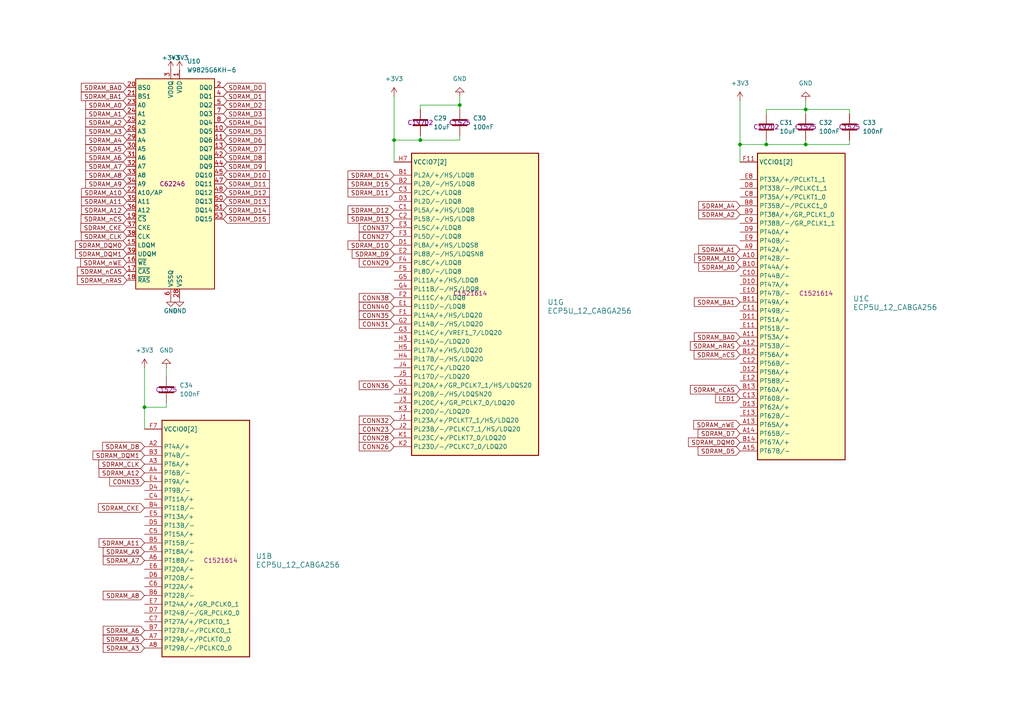
<source format=kicad_sch>
(kicad_sch (version 20250114) (generator "eeschema") (generator_version "9.0")
  (paper "A4")
  (lib_symbols
    (symbol "Device:C" (pin_numbers (hide yes)) (pin_names (offset 0.254))
      (property "Reference" "C" (at 0.635 2.54 0))
      (property "Value" "C" (at 0.635 -2.54 0))
      (symbol "C_1_1"
        (pin passive line (at 0 3.81 270) (length 2.794) (name "~") (number "1"))
        (pin passive line (at 0 -3.81 90) (length 2.794) (name "~") (number "2"))
      )
    )
    (symbol "ECP5U_12_CABGA256_2"
      (property "Reference" "U1" (at 22.86 -2.5399 0))
      (property "Value" "ECP5U_12_CABGA256" (at 22.86 -5.0799 0))
      (symbol "ECP5U_12_CABGA256_2_1_1"
        (pin power_in line (at -12.7 5.08 0) (length 5.08) (name "VCC[6]") (number "G6"))
        (pin power_in line (at -12.7 5.08 0) (length 5.08) (name "VCC[6]") (number "G7"))
        (pin power_in line (at -12.7 5.08 0) (length 5.08) (name "VCC[6]") (number "G9"))
        (pin power_in line (at -12.7 5.08 0) (length 5.08) (name "VCC[6]") (number "L10"))
        (pin power_in line (at -12.7 5.08 0) (length 5.08) (name "VCC[6]") (number "L8"))
        (pin power_in line (at -12.7 5.08 0) (length 5.08) (name "VCC[6]") (number "L9"))
        (pin power_in line (at -12.7 2.54 0) (length 5.08) (name "VCCAUX[2]") (number "G11"))
        (pin power_in line (at -12.7 2.54 0) (length 5.08) (name "VCCAUX[2]") (number "L7"))
        (pin power_in line (at -12.7 -5.08 0) (length 5.08) (name "GND[27]") (number "A1"))
        (pin power_in line (at -12.7 -5.08 0) (length 5.08) (name "GND[27]") (number "A16"))
        (pin power_in line (at -12.7 -5.08 0) (length 5.08) (name "GND[27]") (number "D15"))
        (pin power_in line (at -12.7 -5.08 0) (length 5.08) (name "GND[27]") (number "D2"))
        (pin power_in line (at -12.7 -5.08 0) (length 5.08) (name "GND[27]") (number "F8"))
        (pin power_in line (at -12.7 -5.08 0) (length 5.08) (name "GND[27]") (number "F9"))
        (pin power_in line (at -12.7 -5.08 0) (length 5.08) (name "GND[27]") (number "G10"))
        (pin power_in line (at -12.7 -5.08 0) (length 5.08) (name "GND[27]") (number "G8"))
        (pin power_in line (at -12.7 -5.08 0) (length 5.08) (name "GND[27]") (number "H1"))
        (pin power_in line (at -12.7 -5.08 0) (length 5.08) (name "GND[27]") (number "H10"))
        (pin power_in line (at -12.7 -5.08 0) (length 5.08) (name "GND[27]") (number "H16"))
        (pin power_in line (at -12.7 -5.08 0) (length 5.08) (name "GND[27]") (number "H8"))
        (pin power_in line (at -12.7 -5.08 0) (length 5.08) (name "GND[27]") (number "H9"))
        (pin power_in line (at -12.7 -5.08 0) (length 5.08) (name "GND[27]") (number "J10"))
        (pin power_in line (at -12.7 -5.08 0) (length 5.08) (name "GND[27]") (number "J8"))
        (pin power_in line (at -12.7 -5.08 0) (length 5.08) (name "GND[27]") (number "J9"))
        (pin power_in line (at -12.7 -5.08 0) (length 5.08) (name "GND[27]") (number "K10"))
        (pin power_in line (at -12.7 -5.08 0) (length 5.08) (name "GND[27]") (number "K6"))
        (pin power_in line (at -12.7 -5.08 0) (length 5.08) (name "GND[27]") (number "K7"))
        (pin power_in line (at -12.7 -5.08 0) (length 5.08) (name "GND[27]") (number "K8"))
        (pin power_in line (at -12.7 -5.08 0) (length 5.08) (name "GND[27]") (number "K9"))
        (pin power_in line (at -12.7 -5.08 0) (length 5.08) (name "GND[27]") (number "N15"))
        (pin power_in line (at -12.7 -5.08 0) (length 5.08) (name "GND[27]") (number "N2"))
        (pin power_in line (at -12.7 -5.08 0) (length 5.08) (name "GND[27]") (number "T1"))
        (pin power_in line (at -12.7 -5.08 0) (length 5.08) (name "GND[27]") (number "T12"))
        (pin power_in line (at -12.7 -5.08 0) (length 5.08) (name "GND[27]") (number "T16"))
        (pin power_in line (at -12.7 -5.08 0) (length 5.08) (name "GND[27]") (number "T5"))
      )
      (symbol "ECP5U_12_CABGA256_2_2_1"
        (pin power_in line (at -21.59 38.1 0) (length 5.08) (name "VCCIO0[2]") (number "F6"))
        (pin power_in line (at -21.59 38.1 0) (length 5.08) (name "VCCIO0[2]") (number "F7"))
        (pin bidirectional line (at -21.59 33.02 0) (length 5.08) (name "PT4A/+") (number "A2"))
        (pin bidirectional line (at -21.59 30.48 0) (length 5.08) (name "PT4B/-") (number "B3"))
        (pin bidirectional line (at -21.59 27.94 0) (length 5.08) (name "PT6A/+") (number "A3"))
        (pin bidirectional line (at -21.59 25.4 0) (length 5.08) (name "PT6B/-") (number "A4"))
        (pin bidirectional line (at -21.59 22.86 0) (length 5.08) (name "PT9A/+") (number "E4"))
        (pin bidirectional line (at -21.59 20.32 0) (length 5.08) (name "PT9B/-") (number "D4"))
        (pin bidirectional line (at -21.59 17.78 0) (length 5.08) (name "PT11A/+") (number "C4"))
        (pin bidirectional line (at -21.59 15.24 0) (length 5.08) (name "PT11B/-") (number "B4"))
        (pin bidirectional line (at -21.59 12.7 0) (length 5.08) (name "PT13A/+") (number "E5"))
        (pin bidirectional line (at -21.59 10.16 0) (length 5.08) (name "PT13B/-") (number "D5"))
        (pin bidirectional line (at -21.59 7.62 0) (length 5.08) (name "PT15A/+") (number "C5"))
        (pin bidirectional line (at -21.59 5.08 0) (length 5.08) (name "PT15B/-") (number "B5"))
        (pin bidirectional line (at -21.59 2.54 0) (length 5.08) (name "PT18A/+") (number "A5"))
        (pin bidirectional line (at -21.59 0 0) (length 5.08) (name "PT18B/-") (number "A6"))
        (pin bidirectional line (at -21.59 -2.54 0) (length 5.08) (name "PT20A/+") (number "E6"))
        (pin bidirectional line (at -21.59 -5.08 0) (length 5.08) (name "PT20B/-") (number "D6"))
        (pin bidirectional line (at -21.59 -7.62 0) (length 5.08) (name "PT22A/+") (number "C6"))
        (pin bidirectional line (at -21.59 -10.16 0) (length 5.08) (name "PT22B/-") (number "B6"))
        (pin bidirectional line (at -21.59 -12.7 0) (length 5.08) (name "PT24A/+/GR_PCLK0_1") (number "E7"))
        (pin bidirectional line (at -21.59 -15.24 0) (length 5.08) (name "PT24B/-/GR_PCLK0_0") (number "D7"))
        (pin bidirectional line (at -21.59 -17.78 0) (length 5.08) (name "PT27A/+/PCLKT0_1") (number "C7"))
        (pin bidirectional line (at -21.59 -20.32 0) (length 5.08) (name "PT27B/-/PCLKC0_1") (number "B7"))
        (pin bidirectional line (at -21.59 -22.86 0) (length 5.08) (name "PT29A/+/PCLKT0_0") (number "A7"))
        (pin bidirectional line (at -21.59 -25.4 0) (length 5.08) (name "PT29B/-/PCLKC0_0") (number "A8"))
      )
      (symbol "ECP5U_12_CABGA256_2_3_1"
        (pin power_in line (at -21.59 38.1 0) (length 5.08) (name "VCCIO1[2]") (number "F10"))
        (pin power_in line (at -21.59 38.1 0) (length 5.08) (name "VCCIO1[2]") (number "F11"))
        (pin bidirectional line (at -21.59 33.02 0) (length 5.08) (name "PT33A/+/PCLKT1_1") (number "E8"))
        (pin bidirectional line (at -21.59 30.48 0) (length 5.08) (name "PT33B/-/PCLKC1_1") (number "D8"))
        (pin bidirectional line (at -21.59 27.94 0) (length 5.08) (name "PT35A/+/PCLKT1_0") (number "C8"))
        (pin bidirectional line (at -21.59 25.4 0) (length 5.08) (name "PT35B/-/PCLKC1_0") (number "B8"))
        (pin bidirectional line (at -21.59 22.86 0) (length 5.08) (name "PT38A/+/GR_PCLK1_0") (number "B9"))
        (pin bidirectional line (at -21.59 20.32 0) (length 5.08) (name "PT38B/-/GR_PCLK1_1") (number "C9"))
        (pin bidirectional line (at -21.59 17.78 0) (length 5.08) (name "PT40A/+") (number "D9"))
        (pin bidirectional line (at -21.59 15.24 0) (length 5.08) (name "PT40B/-") (number "E9"))
        (pin bidirectional line (at -21.59 12.7 0) (length 5.08) (name "PT42A/+") (number "A9"))
        (pin bidirectional line (at -21.59 10.16 0) (length 5.08) (name "PT42B/-") (number "A10"))
        (pin bidirectional line (at -21.59 7.62 0) (length 5.08) (name "PT44A/+") (number "B10"))
        (pin bidirectional line (at -21.59 5.08 0) (length 5.08) (name "PT44B/-") (number "C10"))
        (pin bidirectional line (at -21.59 2.54 0) (length 5.08) (name "PT47A/+") (number "D10"))
        (pin bidirectional line (at -21.59 0 0) (length 5.08) (name "PT47B/-") (number "E10"))
        (pin bidirectional line (at -21.59 -2.54 0) (length 5.08) (name "PT49A/+") (number "B11"))
        (pin bidirectional line (at -21.59 -5.08 0) (length 5.08) (name "PT49B/-") (number "C11"))
        (pin bidirectional line (at -21.59 -7.62 0) (length 5.08) (name "PT51A/+") (number "D11"))
        (pin bidirectional line (at -21.59 -10.16 0) (length 5.08) (name "PT51B/-") (number "E11"))
        (pin bidirectional line (at -21.59 -12.7 0) (length 5.08) (name "PT53A/+") (number "A11"))
        (pin bidirectional line (at -21.59 -15.24 0) (length 5.08) (name "PT53B/-") (number "A12"))
        (pin bidirectional line (at -21.59 -17.78 0) (length 5.08) (name "PT56A/+") (number "B12"))
        (pin bidirectional line (at -21.59 -20.32 0) (length 5.08) (name "PT56B/-") (number "C12"))
        (pin bidirectional line (at -21.59 -22.86 0) (length 5.08) (name "PT58A/+") (number "D12"))
        (pin bidirectional line (at -21.59 -25.4 0) (length 5.08) (name "PT58B/-") (number "E12"))
        (pin bidirectional line (at -21.59 -27.94 0) (length 5.08) (name "PT60A/+") (number "B13"))
        (pin bidirectional line (at -21.59 -30.48 0) (length 5.08) (name "PT60B/-") (number "C13"))
        (pin bidirectional line (at -21.59 -33.02 0) (length 5.08) (name "PT62A/+") (number "D13"))
        (pin bidirectional line (at -21.59 -35.56 0) (length 5.08) (name "PT62B/-") (number "E13"))
        (pin bidirectional line (at -21.59 -38.1 0) (length 5.08) (name "PT65A/+") (number "A13"))
        (pin bidirectional line (at -21.59 -40.64 0) (length 5.08) (name "PT65B/-") (number "A14"))
        (pin bidirectional line (at -21.59 -43.18 0) (length 5.08) (name "PT67A/+") (number "B14"))
        (pin bidirectional line (at -21.59 -45.72 0) (length 5.08) (name "PT67B/-") (number "A15"))
      )
      (symbol "ECP5U_12_CABGA256_2_4_1"
        (pin power_in line (at -21.59 38.1 0) (length 5.08) (name "VCCIO2[2]") (number "H11"))
        (pin power_in line (at -21.59 38.1 0) (length 5.08) (name "VCCIO2[2]") (number "J11"))
        (pin bidirectional line (at -21.59 33.02 0) (length 5.08) (name "PR2A/+/HS/RDQ8") (number "B16"))
        (pin bidirectional line (at -21.59 30.48 0) (length 5.08) (name "PR2B/-/S0_IN/HS/RDQ8") (number "B15"))
        (pin bidirectional line (at -21.59 27.94 0) (length 5.08) (name "PR2C/+/RDQ8") (number "C14"))
        (pin bidirectional line (at -21.59 25.4 0) (length 5.08) (name "PR2D/-/RDQ8") (number "D14"))
        (pin bidirectional line (at -21.59 22.86 0) (length 5.08) (name "PR5A/+/HS/RDQ8") (number "C16"))
        (pin bidirectional line (at -21.59 20.32 0) (length 5.08) (name "PR5B/-/HS/RDQ8") (number "C15"))
        (pin bidirectional line (at -21.59 17.78 0) (length 5.08) (name "PR5C/+/RDQ8") (number "E14"))
        (pin bidirectional line (at -21.59 15.24 0) (length 5.08) (name "PR5D/-/RDQ8") (number "F14"))
        (pin bidirectional line (at -21.59 12.7 0) (length 5.08) (name "PR8A/+/HS/RDQS8") (number "D16"))
        (pin bidirectional line (at -21.59 10.16 0) (length 5.08) (name "PR8B/-/HS/RDQSN8") (number "E15"))
        (pin bidirectional line (at -21.59 7.62 0) (length 5.08) (name "PR8C/+/RDQ8") (number "F13"))
        (pin bidirectional line (at -21.59 5.08 0) (length 5.08) (name "PR8D/-/RDQ8") (number "F12"))
        (pin bidirectional line (at -21.59 2.54 0) (length 5.08) (name "PR11A/+/HS/RDQ8") (number "G12"))
        (pin bidirectional line (at -21.59 0 0) (length 5.08) (name "PR11B/-/HS/RDQ8") (number "G13"))
        (pin bidirectional line (at -21.59 -2.54 0) (length 5.08) (name "PR11C/+/RDQ8") (number "F15"))
        (pin bidirectional line (at -21.59 -5.08 0) (length 5.08) (name "PR11D/-/RDQ8") (number "E16"))
        (pin bidirectional line (at -21.59 -7.62 0) (length 5.08) (name "PR14A/+/HS/RDQ20") (number "F16"))
        (pin bidirectional line (at -21.59 -10.16 0) (length 5.08) (name "PR14B/-/HS/RDQ20") (number "G15"))
        (pin bidirectional line (at -21.59 -12.7 0) (length 5.08) (name "PR14C/+/VREF1_2/RDQ20") (number "G14"))
        (pin bidirectional line (at -21.59 -15.24 0) (length 5.08) (name "PR14D/-/RDQ20") (number "H14"))
        (pin bidirectional line (at -21.59 -17.78 0) (length 5.08) (name "PR17A/+/HS/RDQ20") (number "H12"))
        (pin bidirectional line (at -21.59 -20.32 0) (length 5.08) (name "PR17B/-/HS/RDQ20") (number "H13"))
        (pin bidirectional line (at -21.59 -22.86 0) (length 5.08) (name "PR17C/+/RDQ20") (number "J13"))
        (pin bidirectional line (at -21.59 -25.4 0) (length 5.08) (name "PR17D/-/RDQ20") (number "J12"))
        (pin bidirectional line (at -21.59 -27.94 0) (length 5.08) (name "PR20A/+/GR_PCLK2_1/HS/RDQS20") (number "G16"))
        (pin bidirectional line (at -21.59 -30.48 0) (length 5.08) (name "PR20B/-/HS/RDQSN20") (number "H15"))
        (pin bidirectional line (at -21.59 -33.02 0) (length 5.08) (name "PR20C/+/GR_PCLK2_0/RDQ20") (number "J14"))
        (pin bidirectional line (at -21.59 -35.56 0) (length 5.08) (name "PR20D/-/RDQ20") (number "K14"))
        (pin bidirectional line (at -21.59 -38.1 0) (length 5.08) (name "PR23A/+/PCLKT2_1/HS/RDQ20") (number "J16"))
        (pin bidirectional line (at -21.59 -40.64 0) (length 5.08) (name "PR23B/-/PCLKC2_1/HS/RDQ20") (number "J15"))
        (pin bidirectional line (at -21.59 -43.18 0) (length 5.08) (name "PR23C/+/PCLKT2_0/RDQ20") (number "K16"))
        (pin bidirectional line (at -21.59 -45.72 0) (length 5.08) (name "PR23D/-/PCLKC2_0/RDQ20") (number "K15"))
      )
      (symbol "ECP5U_12_CABGA256_2_5_1"
        (pin power_in line (at -21.59 38.1 0) (length 5.08) (name "VCCIO3[2]") (number "K11"))
        (pin power_in line (at -21.59 38.1 0) (length 5.08) (name "VCCIO3[2]") (number "L11"))
        (pin bidirectional line (at -21.59 33.02 0) (length 5.08) (name "PR26A/+/PCLKT3_1/HS/RDQ32") (number "L16"))
        (pin bidirectional line (at -21.59 30.48 0) (length 5.08) (name "PR26B/-/PCLKC3_1/HS/RDQ32") (number "L15"))
        (pin bidirectional line (at -21.59 27.94 0) (length 5.08) (name "PR26C/+/PCLKT3_0/RDQ32") (number "M16"))
        (pin bidirectional line (at -21.59 25.4 0) (length 5.08) (name "PR26D/-/PCLKC3_0/RDQ32") (number "M15"))
        (pin bidirectional line (at -21.59 22.86 0) (length 5.08) (name "PR29A/+/GR_PCLK3_0/HS/RDQ32") (number "K13"))
        (pin bidirectional line (at -21.59 20.32 0) (length 5.08) (name "PR29B/-/HS/RDQ32") (number "K12"))
        (pin bidirectional line (at -21.59 17.78 0) (length 5.08) (name "PR29C/+/GR_PCLK3_1/RDQ32") (number "L13"))
        (pin bidirectional line (at -21.59 15.24 0) (length 5.08) (name "PR29D/-/RDQ32") (number "L12"))
        (pin bidirectional line (at -21.59 12.7 0) (length 5.08) (name "PR32A/+/HS/RDQS32") (number "N16"))
        (pin bidirectional line (at -21.59 10.16 0) (length 5.08) (name "PR32B/-/HS/RDQSN32") (number "P15"))
        (pin bidirectional line (at -21.59 7.62 0) (length 5.08) (name "PR32C/+/RDQ32") (number "L14"))
        (pin bidirectional line (at -21.59 5.08 0) (length 5.08) (name "PR32D/-/RDQ32") (number "M14"))
        (pin bidirectional line (at -21.59 2.54 0) (length 5.08) (name "PR35A/+/HS/RDQ32") (number "P16"))
        (pin bidirectional line (at -21.59 0 0) (length 5.08) (name "PR35B/-/VREF1_3/HS/RDQ32") (number "R16"))
        (pin bidirectional line (at -21.59 -2.54 0) (length 5.08) (name "PR35C/+/RDQ32") (number "M13"))
        (pin bidirectional line (at -21.59 -5.08 0) (length 5.08) (name "PR35D/-/RDQ32") (number "N14"))
        (pin bidirectional line (at -21.59 -7.62 0) (length 5.08) (name "PR38A/+/HS/RDQ44") (number "N13"))
        (pin bidirectional line (at -21.59 -10.16 0) (length 5.08) (name "PR38B/-/HS/RDQ44") (number "P14"))
        (pin bidirectional line (at -21.59 -12.7 0) (length 5.08) (name "PR38C/+/RDQ44") (number "R15"))
        (pin bidirectional line (at -21.59 -15.24 0) (length 5.08) (name "PR38D/-/RDQ44") (number "T15"))
        (pin bidirectional line (at -21.59 -17.78 0) (length 5.08) (name "PR41A/+/HS/RDQ44") (number "P13"))
        (pin bidirectional line (at -21.59 -20.32 0) (length 5.08) (name "PR41B/-/HS/RDQ44") (number "R14"))
        (pin bidirectional line (at -21.59 -22.86 0) (length 5.08) (name "PR41C/+/RDQ44") (number "R13"))
        (pin bidirectional line (at -21.59 -25.4 0) (length 5.08) (name "PR41D/-/RDQ44") (number "T14"))
        (pin bidirectional line (at -21.59 -27.94 0) (length 5.08) (name "PR44A/+/HS/RDQS44") (number "R12"))
        (pin bidirectional line (at -21.59 -30.48 0) (length 5.08) (name "PR44B/-/HS/RDQSN44") (number "T13"))
        (pin bidirectional line (at -21.59 -33.02 0) (length 5.08) (name "PR44C/+/RDQ44") (number "M12"))
        (pin bidirectional line (at -21.59 -35.56 0) (length 5.08) (name "PR44D/-/RDQ44") (number "N12"))
        (pin bidirectional line (at -21.59 -38.1 0) (length 5.08) (name "PR47A/+/HS/RDQ44") (number "M11"))
        (pin bidirectional line (at -21.59 -40.64 0) (length 5.08) (name "PR47B/-/HS/RDQ44") (number "N11"))
        (pin bidirectional line (at -21.59 -43.18 0) (length 5.08) (name "PR47C/+/LRC_GPLL0T_IN/RDQ44") (number "P11"))
        (pin bidirectional line (at -21.59 -45.72 0) (length 5.08) (name "PR47D/-/LRC_GPLL0C_IN/RDQ44") (number "P12"))
      )
      (symbol "ECP5U_12_CABGA256_2_6_1"
        (pin power_in line (at -21.59 38.1 0) (length 5.08) (name "VCCIO6[2]") (number "J6"))
        (pin power_in line (at -21.59 38.1 0) (length 5.08) (name "VCCIO6[2]") (number "J7"))
        (pin bidirectional line (at -21.59 33.02 0) (length 5.08) (name "PL26A/+/PCLKT6_1/HS/LDQ32") (number "L1"))
        (pin bidirectional line (at -21.59 30.48 0) (length 5.08) (name "PL26B/-/PCLKC6_1/HS/LDQ32") (number "L2"))
        (pin bidirectional line (at -21.59 27.94 0) (length 5.08) (name "PL26C/+/PCLKT6_0/LDQ32") (number "M1"))
        (pin bidirectional line (at -21.59 25.4 0) (length 5.08) (name "PL26D/-/PCLKC6_0/LDQ32") (number "M2"))
        (pin bidirectional line (at -21.59 22.86 0) (length 5.08) (name "PL29A/+/GR_PCLK6_0/HS/LDQ32") (number "K4"))
        (pin bidirectional line (at -21.59 20.32 0) (length 5.08) (name "PL29B/-/HS/LDQ32") (number "K5"))
        (pin bidirectional line (at -21.59 17.78 0) (length 5.08) (name "PL29C/+/GR_PCLK6_1/LDQ32") (number "L4"))
        (pin bidirectional line (at -21.59 15.24 0) (length 5.08) (name "PL29D/-/LDQ32") (number "L5"))
        (pin bidirectional line (at -21.59 12.7 0) (length 5.08) (name "PL32A/+/HS/LDQS32") (number "N1"))
        (pin bidirectional line (at -21.59 10.16 0) (length 5.08) (name "PL32B/-/HS/LDQSN32") (number "P2"))
        (pin bidirectional line (at -21.59 7.62 0) (length 5.08) (name "PL32C/+/LDQ32") (number "L3"))
        (pin bidirectional line (at -21.59 5.08 0) (length 5.08) (name "PL32D/-/LDQ32") (number "M3"))
        (pin bidirectional line (at -21.59 2.54 0) (length 5.08) (name "PL35A/+/HS/LDQ32") (number "P1"))
        (pin bidirectional line (at -21.59 0 0) (length 5.08) (name "PL35B/-/VREF1_6/HS/LDQ32") (number "R1"))
        (pin bidirectional line (at -21.59 -2.54 0) (length 5.08) (name "PL35C/+/LDQ32") (number "M4"))
        (pin bidirectional line (at -21.59 -5.08 0) (length 5.08) (name "PL35D/-/LDQ32") (number "N3"))
        (pin bidirectional line (at -21.59 -7.62 0) (length 5.08) (name "PL38A/+/HS/LDQ44") (number "N4"))
        (pin bidirectional line (at -21.59 -10.16 0) (length 5.08) (name "PL38B/-/HS/LDQ44") (number "P3"))
        (pin bidirectional line (at -21.59 -12.7 0) (length 5.08) (name "PL38C/+/LDQ44") (number "R2"))
        (pin bidirectional line (at -21.59 -15.24 0) (length 5.08) (name "PL38D/-/LDQ44") (number "T2"))
        (pin bidirectional line (at -21.59 -17.78 0) (length 5.08) (name "PL41A/+/HS/LDQ44") (number "P4"))
        (pin bidirectional line (at -21.59 -20.32 0) (length 5.08) (name "PL41B/-/HS/LDQ44") (number "R3"))
        (pin bidirectional line (at -21.59 -22.86 0) (length 5.08) (name "PL41C/+/LDQ44") (number "R4"))
        (pin bidirectional line (at -21.59 -25.4 0) (length 5.08) (name "PL41D/-/LDQ44") (number "T3"))
        (pin bidirectional line (at -21.59 -27.94 0) (length 5.08) (name "PL44A/+/HS/LDQS44") (number "R5"))
        (pin bidirectional line (at -21.59 -30.48 0) (length 5.08) (name "PL44B/-/HS/LDQSN44") (number "T4"))
        (pin bidirectional line (at -21.59 -33.02 0) (length 5.08) (name "PL44C/+/LDQ44") (number "M5"))
        (pin bidirectional line (at -21.59 -35.56 0) (length 5.08) (name "PL44D/-/LDQ44") (number "N5"))
        (pin bidirectional line (at -21.59 -38.1 0) (length 5.08) (name "PL47A/+/HS/LDQ44") (number "M6"))
        (pin bidirectional line (at -21.59 -40.64 0) (length 5.08) (name "PL47B/-/HS/LDQ44") (number "N6"))
        (pin bidirectional line (at -21.59 -43.18 0) (length 5.08) (name "PL47C/+/LLC_GPLL0T_IN/LDQ44") (number "P6"))
        (pin bidirectional line (at -21.59 -45.72 0) (length 5.08) (name "PL47D/-/LLC_GPLL0C_IN/LDQ44") (number "P5"))
      )
      (symbol "ECP5U_12_CABGA256_2_7_1"
        (pin power_in line (at -21.59 38.1 0) (length 5.08) (name "VCCIO7[2]") (number "H6"))
        (pin power_in line (at -21.59 38.1 0) (length 5.08) (name "VCCIO7[2]") (number "H7"))
        (pin bidirectional line (at -21.59 34.29 0) (length 5.08) (name "PL2A/+/HS/LDQ8") (number "B1"))
        (pin bidirectional line (at -21.59 31.75 0) (length 5.08) (name "PL2B/-/HS/LDQ8") (number "B2"))
        (pin bidirectional line (at -21.59 29.21 0) (length 5.08) (name "PL2C/+/LDQ8") (number "C3"))
        (pin bidirectional line (at -21.59 26.67 0) (length 5.08) (name "PL2D/-/LDQ8") (number "D3"))
        (pin bidirectional line (at -21.59 24.13 0) (length 5.08) (name "PL5A/+/HS/LDQ8") (number "C1"))
        (pin bidirectional line (at -21.59 21.59 0) (length 5.08) (name "PL5B/-/HS/LDQ8") (number "C2"))
        (pin bidirectional line (at -21.59 19.05 0) (length 5.08) (name "PL5C/+/LDQ8") (number "E3"))
        (pin bidirectional line (at -21.59 16.51 0) (length 5.08) (name "PL5D/-/LDQ8") (number "F3"))
        (pin bidirectional line (at -21.59 13.97 0) (length 5.08) (name "PL8A/+/HS/LDQS8") (number "D1"))
        (pin bidirectional line (at -21.59 11.43 0) (length 5.08) (name "PL8B/-/HS/LDQSN8") (number "E2"))
        (pin bidirectional line (at -21.59 8.89 0) (length 5.08) (name "PL8C/+/LDQ8") (number "F4"))
        (pin bidirectional line (at -21.59 6.35 0) (length 5.08) (name "PL8D/-/LDQ8") (number "F5"))
        (pin bidirectional line (at -21.59 3.81 0) (length 5.08) (name "PL11A/+/HS/LDQ8") (number "G5"))
        (pin bidirectional line (at -21.59 1.27 0) (length 5.08) (name "PL11B/-/HS/LDQ8") (number "G4"))
        (pin bidirectional line (at -21.59 -1.27 0) (length 5.08) (name "PL11C/+/LDQ8") (number "F2"))
        (pin bidirectional line (at -21.59 -3.81 0) (length 5.08) (name "PL11D/-/LDQ8") (number "E1"))
        (pin bidirectional line (at -21.59 -6.35 0) (length 5.08) (name "PL14A/+/HS/LDQ20") (number "F1"))
        (pin bidirectional line (at -21.59 -8.89 0) (length 5.08) (name "PL14B/-/HS/LDQ20") (number "G2"))
        (pin bidirectional line (at -21.59 -11.43 0) (length 5.08) (name "PL14C/+/VREF1_7/LDQ20") (number "G3"))
        (pin bidirectional line (at -21.59 -13.97 0) (length 5.08) (name "PL14D/-/LDQ20") (number "H3"))
        (pin bidirectional line (at -21.59 -16.51 0) (length 5.08) (name "PL17A/+/HS/LDQ20") (number "H5"))
        (pin bidirectional line (at -21.59 -19.05 0) (length 5.08) (name "PL17B/-/HS/LDQ20") (number "H4"))
        (pin bidirectional line (at -21.59 -21.59 0) (length 5.08) (name "PL17C/+/LDQ20") (number "J4"))
        (pin bidirectional line (at -21.59 -24.13 0) (length 5.08) (name "PL17D/-/LDQ20") (number "J5"))
        (pin bidirectional line (at -21.59 -26.67 0) (length 5.08) (name "PL20A/+/GR_PCLK7_1/HS/LDQS20") (number "G1"))
        (pin bidirectional line (at -21.59 -29.21 0) (length 5.08) (name "PL20B/-/HS/LDQSN20") (number "H2"))
        (pin bidirectional line (at -21.59 -31.75 0) (length 5.08) (name "PL20C/+/GR_PCLK7_0/LDQ20") (number "J3"))
        (pin bidirectional line (at -21.59 -34.29 0) (length 5.08) (name "PL20D/-/LDQ20") (number "K3"))
        (pin bidirectional line (at -21.59 -36.83 0) (length 5.08) (name "PL23A/+/PCLKT7_1/HS/LDQ20") (number "J1"))
        (pin bidirectional line (at -21.59 -39.37 0) (length 5.08) (name "PL23B/-/PCLKC7_1/HS/LDQ20") (number "J2"))
        (pin bidirectional line (at -21.59 -41.91 0) (length 5.08) (name "PL23C/+/PCLKT7_0/LDQ20") (number "K1"))
        (pin bidirectional line (at -21.59 -44.45 0) (length 5.08) (name "PL23D/-/PCLKC7_0/LDQ20") (number "K2"))
      )
      (symbol "ECP5U_12_CABGA256_2_8_1"
        (pin power_in line (at -21.59 38.1 0) (length 5.08) (name "VCCIO8") (number "L6"))
        (pin bidirectional line (at -21.59 33.02 0) (length 5.08) (name "CCLK/MCLK/SCK") (number "N9"))
        (pin bidirectional line (at -21.59 30.48 0) (length 5.08) (name "CFG_0") (number "N10"))
        (pin bidirectional line (at -21.59 27.94 0) (length 5.08) (name "CFG_1") (number "P10"))
        (pin bidirectional line (at -21.59 25.4 0) (length 5.08) (name "CFG_2") (number "R10"))
        (pin bidirectional line (at -21.59 22.86 0) (length 5.08) (name "DONE") (number "P9"))
        (pin bidirectional line (at -21.59 20.32 0) (length 5.08) (name "INITN") (number "T9"))
        (pin bidirectional line (at -21.59 17.78 0) (length 5.08) (name "PB4A/+/D7/IO7") (number "T6"))
        (pin bidirectional line (at -21.59 15.24 0) (length 5.08) (name "PB4B/-/D6/IO6") (number "R6"))
        (pin bidirectional line (at -21.59 12.7 0) (length 5.08) (name "PB6A/+/D5/MISO2/IO5") (number "R7"))
        (pin bidirectional line (at -21.59 10.16 0) (length 5.08) (name "PB6B/-/D4/MOSI2/IO4") (number "P7"))
        (pin bidirectional line (at -21.59 7.62 0) (length 5.08) (name "PB9A/+/D3/IO3") (number "N7"))
        (pin bidirectional line (at -21.59 5.08 0) (length 5.08) (name "PB9B/-/D2/IO2") (number "M7"))
        (pin bidirectional line (at -21.59 2.54 0) (length 5.08) (name "PB11A/+/D1/MISO/IO1") (number "T7"))
        (pin bidirectional line (at -21.59 0 0) (length 5.08) (name "PB11B/-/D0/MOSI/IO0") (number "T8"))
        (pin bidirectional line (at -21.59 -2.54 0) (length 5.08) (name "PB13A/+/SN/CSN") (number "R8"))
        (pin bidirectional line (at -21.59 -5.08 0) (length 5.08) (name "PB13B/-/CS1N") (number "P8"))
        (pin bidirectional line (at -21.59 -7.62 0) (length 5.08) (name "PB15A/+/HOLDN/DI/BUSY/CSSPIN/CEN") (number "N8"))
        (pin bidirectional line (at -21.59 -10.16 0) (length 5.08) (name "PB15B/-/DOUT/CSON") (number "M8"))
        (pin bidirectional line (at -21.59 -12.7 0) (length 5.08) (name "PB18A/WRITEN") (number "M9"))
        (pin bidirectional line (at -21.59 -15.24 0) (length 5.08) (name "PROGRAMN") (number "R9"))
      )
      (symbol "ECP5U_12_CABGA256_2_9_1"
        (pin bidirectional line (at -7.62 3.81 0) (length 5.08) (name "TCK") (number "T10"))
        (pin bidirectional line (at -7.62 1.27 0) (length 5.08) (name "TDI") (number "R11"))
        (pin bidirectional line (at -7.62 -1.27 0) (length 5.08) (name "TDO") (number "M10"))
        (pin bidirectional line (at -7.62 -3.81 0) (length 5.08) (name "TMS") (number "T11"))
      )
    )
    (symbol "ECP5U_12_CABGA256_3"
      (property "Reference" "U1" (at 22.86 -2.5399 0))
      (property "Value" "ECP5U_12_CABGA256" (at 22.86 -5.0799 0))
      (symbol "ECP5U_12_CABGA256_3_1_1"
        (pin power_in line (at -12.7 5.08 0) (length 5.08) (name "VCC[6]") (number "G6"))
        (pin power_in line (at -12.7 5.08 0) (length 5.08) (name "VCC[6]") (number "G7"))
        (pin power_in line (at -12.7 5.08 0) (length 5.08) (name "VCC[6]") (number "G9"))
        (pin power_in line (at -12.7 5.08 0) (length 5.08) (name "VCC[6]") (number "L10"))
        (pin power_in line (at -12.7 5.08 0) (length 5.08) (name "VCC[6]") (number "L8"))
        (pin power_in line (at -12.7 5.08 0) (length 5.08) (name "VCC[6]") (number "L9"))
        (pin power_in line (at -12.7 2.54 0) (length 5.08) (name "VCCAUX[2]") (number "G11"))
        (pin power_in line (at -12.7 2.54 0) (length 5.08) (name "VCCAUX[2]") (number "L7"))
        (pin power_in line (at -12.7 -5.08 0) (length 5.08) (name "GND[27]") (number "A1"))
        (pin power_in line (at -12.7 -5.08 0) (length 5.08) (name "GND[27]") (number "A16"))
        (pin power_in line (at -12.7 -5.08 0) (length 5.08) (name "GND[27]") (number "D15"))
        (pin power_in line (at -12.7 -5.08 0) (length 5.08) (name "GND[27]") (number "D2"))
        (pin power_in line (at -12.7 -5.08 0) (length 5.08) (name "GND[27]") (number "F8"))
        (pin power_in line (at -12.7 -5.08 0) (length 5.08) (name "GND[27]") (number "F9"))
        (pin power_in line (at -12.7 -5.08 0) (length 5.08) (name "GND[27]") (number "G10"))
        (pin power_in line (at -12.7 -5.08 0) (length 5.08) (name "GND[27]") (number "G8"))
        (pin power_in line (at -12.7 -5.08 0) (length 5.08) (name "GND[27]") (number "H1"))
        (pin power_in line (at -12.7 -5.08 0) (length 5.08) (name "GND[27]") (number "H10"))
        (pin power_in line (at -12.7 -5.08 0) (length 5.08) (name "GND[27]") (number "H16"))
        (pin power_in line (at -12.7 -5.08 0) (length 5.08) (name "GND[27]") (number "H8"))
        (pin power_in line (at -12.7 -5.08 0) (length 5.08) (name "GND[27]") (number "H9"))
        (pin power_in line (at -12.7 -5.08 0) (length 5.08) (name "GND[27]") (number "J10"))
        (pin power_in line (at -12.7 -5.08 0) (length 5.08) (name "GND[27]") (number "J8"))
        (pin power_in line (at -12.7 -5.08 0) (length 5.08) (name "GND[27]") (number "J9"))
        (pin power_in line (at -12.7 -5.08 0) (length 5.08) (name "GND[27]") (number "K10"))
        (pin power_in line (at -12.7 -5.08 0) (length 5.08) (name "GND[27]") (number "K6"))
        (pin power_in line (at -12.7 -5.08 0) (length 5.08) (name "GND[27]") (number "K7"))
        (pin power_in line (at -12.7 -5.08 0) (length 5.08) (name "GND[27]") (number "K8"))
        (pin power_in line (at -12.7 -5.08 0) (length 5.08) (name "GND[27]") (number "K9"))
        (pin power_in line (at -12.7 -5.08 0) (length 5.08) (name "GND[27]") (number "N15"))
        (pin power_in line (at -12.7 -5.08 0) (length 5.08) (name "GND[27]") (number "N2"))
        (pin power_in line (at -12.7 -5.08 0) (length 5.08) (name "GND[27]") (number "T1"))
        (pin power_in line (at -12.7 -5.08 0) (length 5.08) (name "GND[27]") (number "T12"))
        (pin power_in line (at -12.7 -5.08 0) (length 5.08) (name "GND[27]") (number "T16"))
        (pin power_in line (at -12.7 -5.08 0) (length 5.08) (name "GND[27]") (number "T5"))
      )
      (symbol "ECP5U_12_CABGA256_3_2_1"
        (pin power_in line (at -21.59 38.1 0) (length 5.08) (name "VCCIO0[2]") (number "F6"))
        (pin power_in line (at -21.59 38.1 0) (length 5.08) (name "VCCIO0[2]") (number "F7"))
        (pin bidirectional line (at -21.59 33.02 0) (length 5.08) (name "PT4A/+") (number "A2"))
        (pin bidirectional line (at -21.59 30.48 0) (length 5.08) (name "PT4B/-") (number "B3"))
        (pin bidirectional line (at -21.59 27.94 0) (length 5.08) (name "PT6A/+") (number "A3"))
        (pin bidirectional line (at -21.59 25.4 0) (length 5.08) (name "PT6B/-") (number "A4"))
        (pin bidirectional line (at -21.59 22.86 0) (length 5.08) (name "PT9A/+") (number "E4"))
        (pin bidirectional line (at -21.59 20.32 0) (length 5.08) (name "PT9B/-") (number "D4"))
        (pin bidirectional line (at -21.59 17.78 0) (length 5.08) (name "PT11A/+") (number "C4"))
        (pin bidirectional line (at -21.59 15.24 0) (length 5.08) (name "PT11B/-") (number "B4"))
        (pin bidirectional line (at -21.59 12.7 0) (length 5.08) (name "PT13A/+") (number "E5"))
        (pin bidirectional line (at -21.59 10.16 0) (length 5.08) (name "PT13B/-") (number "D5"))
        (pin bidirectional line (at -21.59 7.62 0) (length 5.08) (name "PT15A/+") (number "C5"))
        (pin bidirectional line (at -21.59 5.08 0) (length 5.08) (name "PT15B/-") (number "B5"))
        (pin bidirectional line (at -21.59 2.54 0) (length 5.08) (name "PT18A/+") (number "A5"))
        (pin bidirectional line (at -21.59 0 0) (length 5.08) (name "PT18B/-") (number "A6"))
        (pin bidirectional line (at -21.59 -2.54 0) (length 5.08) (name "PT20A/+") (number "E6"))
        (pin bidirectional line (at -21.59 -5.08 0) (length 5.08) (name "PT20B/-") (number "D6"))
        (pin bidirectional line (at -21.59 -7.62 0) (length 5.08) (name "PT22A/+") (number "C6"))
        (pin bidirectional line (at -21.59 -10.16 0) (length 5.08) (name "PT22B/-") (number "B6"))
        (pin bidirectional line (at -21.59 -12.7 0) (length 5.08) (name "PT24A/+/GR_PCLK0_1") (number "E7"))
        (pin bidirectional line (at -21.59 -15.24 0) (length 5.08) (name "PT24B/-/GR_PCLK0_0") (number "D7"))
        (pin bidirectional line (at -21.59 -17.78 0) (length 5.08) (name "PT27A/+/PCLKT0_1") (number "C7"))
        (pin bidirectional line (at -21.59 -20.32 0) (length 5.08) (name "PT27B/-/PCLKC0_1") (number "B7"))
        (pin bidirectional line (at -21.59 -22.86 0) (length 5.08) (name "PT29A/+/PCLKT0_0") (number "A7"))
        (pin bidirectional line (at -21.59 -25.4 0) (length 5.08) (name "PT29B/-/PCLKC0_0") (number "A8"))
      )
      (symbol "ECP5U_12_CABGA256_3_3_1"
        (pin power_in line (at -21.59 38.1 0) (length 5.08) (name "VCCIO1[2]") (number "F10"))
        (pin power_in line (at -21.59 38.1 0) (length 5.08) (name "VCCIO1[2]") (number "F11"))
        (pin bidirectional line (at -21.59 33.02 0) (length 5.08) (name "PT33A/+/PCLKT1_1") (number "E8"))
        (pin bidirectional line (at -21.59 30.48 0) (length 5.08) (name "PT33B/-/PCLKC1_1") (number "D8"))
        (pin bidirectional line (at -21.59 27.94 0) (length 5.08) (name "PT35A/+/PCLKT1_0") (number "C8"))
        (pin bidirectional line (at -21.59 25.4 0) (length 5.08) (name "PT35B/-/PCLKC1_0") (number "B8"))
        (pin bidirectional line (at -21.59 22.86 0) (length 5.08) (name "PT38A/+/GR_PCLK1_0") (number "B9"))
        (pin bidirectional line (at -21.59 20.32 0) (length 5.08) (name "PT38B/-/GR_PCLK1_1") (number "C9"))
        (pin bidirectional line (at -21.59 17.78 0) (length 5.08) (name "PT40A/+") (number "D9"))
        (pin bidirectional line (at -21.59 15.24 0) (length 5.08) (name "PT40B/-") (number "E9"))
        (pin bidirectional line (at -21.59 12.7 0) (length 5.08) (name "PT42A/+") (number "A9"))
        (pin bidirectional line (at -21.59 10.16 0) (length 5.08) (name "PT42B/-") (number "A10"))
        (pin bidirectional line (at -21.59 7.62 0) (length 5.08) (name "PT44A/+") (number "B10"))
        (pin bidirectional line (at -21.59 5.08 0) (length 5.08) (name "PT44B/-") (number "C10"))
        (pin bidirectional line (at -21.59 2.54 0) (length 5.08) (name "PT47A/+") (number "D10"))
        (pin bidirectional line (at -21.59 0 0) (length 5.08) (name "PT47B/-") (number "E10"))
        (pin bidirectional line (at -21.59 -2.54 0) (length 5.08) (name "PT49A/+") (number "B11"))
        (pin bidirectional line (at -21.59 -5.08 0) (length 5.08) (name "PT49B/-") (number "C11"))
        (pin bidirectional line (at -21.59 -7.62 0) (length 5.08) (name "PT51A/+") (number "D11"))
        (pin bidirectional line (at -21.59 -10.16 0) (length 5.08) (name "PT51B/-") (number "E11"))
        (pin bidirectional line (at -21.59 -12.7 0) (length 5.08) (name "PT53A/+") (number "A11"))
        (pin bidirectional line (at -21.59 -15.24 0) (length 5.08) (name "PT53B/-") (number "A12"))
        (pin bidirectional line (at -21.59 -17.78 0) (length 5.08) (name "PT56A/+") (number "B12"))
        (pin bidirectional line (at -21.59 -20.32 0) (length 5.08) (name "PT56B/-") (number "C12"))
        (pin bidirectional line (at -21.59 -22.86 0) (length 5.08) (name "PT58A/+") (number "D12"))
        (pin bidirectional line (at -21.59 -25.4 0) (length 5.08) (name "PT58B/-") (number "E12"))
        (pin bidirectional line (at -21.59 -27.94 0) (length 5.08) (name "PT60A/+") (number "B13"))
        (pin bidirectional line (at -21.59 -30.48 0) (length 5.08) (name "PT60B/-") (number "C13"))
        (pin bidirectional line (at -21.59 -33.02 0) (length 5.08) (name "PT62A/+") (number "D13"))
        (pin bidirectional line (at -21.59 -35.56 0) (length 5.08) (name "PT62B/-") (number "E13"))
        (pin bidirectional line (at -21.59 -38.1 0) (length 5.08) (name "PT65A/+") (number "A13"))
        (pin bidirectional line (at -21.59 -40.64 0) (length 5.08) (name "PT65B/-") (number "A14"))
        (pin bidirectional line (at -21.59 -43.18 0) (length 5.08) (name "PT67A/+") (number "B14"))
        (pin bidirectional line (at -21.59 -45.72 0) (length 5.08) (name "PT67B/-") (number "A15"))
      )
      (symbol "ECP5U_12_CABGA256_3_4_1"
        (pin power_in line (at -21.59 38.1 0) (length 5.08) (name "VCCIO2[2]") (number "H11"))
        (pin power_in line (at -21.59 38.1 0) (length 5.08) (name "VCCIO2[2]") (number "J11"))
        (pin bidirectional line (at -21.59 33.02 0) (length 5.08) (name "PR2A/+/HS/RDQ8") (number "B16"))
        (pin bidirectional line (at -21.59 30.48 0) (length 5.08) (name "PR2B/-/S0_IN/HS/RDQ8") (number "B15"))
        (pin bidirectional line (at -21.59 27.94 0) (length 5.08) (name "PR2C/+/RDQ8") (number "C14"))
        (pin bidirectional line (at -21.59 25.4 0) (length 5.08) (name "PR2D/-/RDQ8") (number "D14"))
        (pin bidirectional line (at -21.59 22.86 0) (length 5.08) (name "PR5A/+/HS/RDQ8") (number "C16"))
        (pin bidirectional line (at -21.59 20.32 0) (length 5.08) (name "PR5B/-/HS/RDQ8") (number "C15"))
        (pin bidirectional line (at -21.59 17.78 0) (length 5.08) (name "PR5C/+/RDQ8") (number "E14"))
        (pin bidirectional line (at -21.59 15.24 0) (length 5.08) (name "PR5D/-/RDQ8") (number "F14"))
        (pin bidirectional line (at -21.59 12.7 0) (length 5.08) (name "PR8A/+/HS/RDQS8") (number "D16"))
        (pin bidirectional line (at -21.59 10.16 0) (length 5.08) (name "PR8B/-/HS/RDQSN8") (number "E15"))
        (pin bidirectional line (at -21.59 7.62 0) (length 5.08) (name "PR8C/+/RDQ8") (number "F13"))
        (pin bidirectional line (at -21.59 5.08 0) (length 5.08) (name "PR8D/-/RDQ8") (number "F12"))
        (pin bidirectional line (at -21.59 2.54 0) (length 5.08) (name "PR11A/+/HS/RDQ8") (number "G12"))
        (pin bidirectional line (at -21.59 0 0) (length 5.08) (name "PR11B/-/HS/RDQ8") (number "G13"))
        (pin bidirectional line (at -21.59 -2.54 0) (length 5.08) (name "PR11C/+/RDQ8") (number "F15"))
        (pin bidirectional line (at -21.59 -5.08 0) (length 5.08) (name "PR11D/-/RDQ8") (number "E16"))
        (pin bidirectional line (at -21.59 -7.62 0) (length 5.08) (name "PR14A/+/HS/RDQ20") (number "F16"))
        (pin bidirectional line (at -21.59 -10.16 0) (length 5.08) (name "PR14B/-/HS/RDQ20") (number "G15"))
        (pin bidirectional line (at -21.59 -12.7 0) (length 5.08) (name "PR14C/+/VREF1_2/RDQ20") (number "G14"))
        (pin bidirectional line (at -21.59 -15.24 0) (length 5.08) (name "PR14D/-/RDQ20") (number "H14"))
        (pin bidirectional line (at -21.59 -17.78 0) (length 5.08) (name "PR17A/+/HS/RDQ20") (number "H12"))
        (pin bidirectional line (at -21.59 -20.32 0) (length 5.08) (name "PR17B/-/HS/RDQ20") (number "H13"))
        (pin bidirectional line (at -21.59 -22.86 0) (length 5.08) (name "PR17C/+/RDQ20") (number "J13"))
        (pin bidirectional line (at -21.59 -25.4 0) (length 5.08) (name "PR17D/-/RDQ20") (number "J12"))
        (pin bidirectional line (at -21.59 -27.94 0) (length 5.08) (name "PR20A/+/GR_PCLK2_1/HS/RDQS20") (number "G16"))
        (pin bidirectional line (at -21.59 -30.48 0) (length 5.08) (name "PR20B/-/HS/RDQSN20") (number "H15"))
        (pin bidirectional line (at -21.59 -33.02 0) (length 5.08) (name "PR20C/+/GR_PCLK2_0/RDQ20") (number "J14"))
        (pin bidirectional line (at -21.59 -35.56 0) (length 5.08) (name "PR20D/-/RDQ20") (number "K14"))
        (pin bidirectional line (at -21.59 -38.1 0) (length 5.08) (name "PR23A/+/PCLKT2_1/HS/RDQ20") (number "J16"))
        (pin bidirectional line (at -21.59 -40.64 0) (length 5.08) (name "PR23B/-/PCLKC2_1/HS/RDQ20") (number "J15"))
        (pin bidirectional line (at -21.59 -43.18 0) (length 5.08) (name "PR23C/+/PCLKT2_0/RDQ20") (number "K16"))
        (pin bidirectional line (at -21.59 -45.72 0) (length 5.08) (name "PR23D/-/PCLKC2_0/RDQ20") (number "K15"))
      )
      (symbol "ECP5U_12_CABGA256_3_5_1"
        (pin power_in line (at -21.59 38.1 0) (length 5.08) (name "VCCIO3[2]") (number "K11"))
        (pin power_in line (at -21.59 38.1 0) (length 5.08) (name "VCCIO3[2]") (number "L11"))
        (pin bidirectional line (at -21.59 33.02 0) (length 5.08) (name "PR26A/+/PCLKT3_1/HS/RDQ32") (number "L16"))
        (pin bidirectional line (at -21.59 30.48 0) (length 5.08) (name "PR26B/-/PCLKC3_1/HS/RDQ32") (number "L15"))
        (pin bidirectional line (at -21.59 27.94 0) (length 5.08) (name "PR26C/+/PCLKT3_0/RDQ32") (number "M16"))
        (pin bidirectional line (at -21.59 25.4 0) (length 5.08) (name "PR26D/-/PCLKC3_0/RDQ32") (number "M15"))
        (pin bidirectional line (at -21.59 22.86 0) (length 5.08) (name "PR29A/+/GR_PCLK3_0/HS/RDQ32") (number "K13"))
        (pin bidirectional line (at -21.59 20.32 0) (length 5.08) (name "PR29B/-/HS/RDQ32") (number "K12"))
        (pin bidirectional line (at -21.59 17.78 0) (length 5.08) (name "PR29C/+/GR_PCLK3_1/RDQ32") (number "L13"))
        (pin bidirectional line (at -21.59 15.24 0) (length 5.08) (name "PR29D/-/RDQ32") (number "L12"))
        (pin bidirectional line (at -21.59 12.7 0) (length 5.08) (name "PR32A/+/HS/RDQS32") (number "N16"))
        (pin bidirectional line (at -21.59 10.16 0) (length 5.08) (name "PR32B/-/HS/RDQSN32") (number "P15"))
        (pin bidirectional line (at -21.59 7.62 0) (length 5.08) (name "PR32C/+/RDQ32") (number "L14"))
        (pin bidirectional line (at -21.59 5.08 0) (length 5.08) (name "PR32D/-/RDQ32") (number "M14"))
        (pin bidirectional line (at -21.59 2.54 0) (length 5.08) (name "PR35A/+/HS/RDQ32") (number "P16"))
        (pin bidirectional line (at -21.59 0 0) (length 5.08) (name "PR35B/-/VREF1_3/HS/RDQ32") (number "R16"))
        (pin bidirectional line (at -21.59 -2.54 0) (length 5.08) (name "PR35C/+/RDQ32") (number "M13"))
        (pin bidirectional line (at -21.59 -5.08 0) (length 5.08) (name "PR35D/-/RDQ32") (number "N14"))
        (pin bidirectional line (at -21.59 -7.62 0) (length 5.08) (name "PR38A/+/HS/RDQ44") (number "N13"))
        (pin bidirectional line (at -21.59 -10.16 0) (length 5.08) (name "PR38B/-/HS/RDQ44") (number "P14"))
        (pin bidirectional line (at -21.59 -12.7 0) (length 5.08) (name "PR38C/+/RDQ44") (number "R15"))
        (pin bidirectional line (at -21.59 -15.24 0) (length 5.08) (name "PR38D/-/RDQ44") (number "T15"))
        (pin bidirectional line (at -21.59 -17.78 0) (length 5.08) (name "PR41A/+/HS/RDQ44") (number "P13"))
        (pin bidirectional line (at -21.59 -20.32 0) (length 5.08) (name "PR41B/-/HS/RDQ44") (number "R14"))
        (pin bidirectional line (at -21.59 -22.86 0) (length 5.08) (name "PR41C/+/RDQ44") (number "R13"))
        (pin bidirectional line (at -21.59 -25.4 0) (length 5.08) (name "PR41D/-/RDQ44") (number "T14"))
        (pin bidirectional line (at -21.59 -27.94 0) (length 5.08) (name "PR44A/+/HS/RDQS44") (number "R12"))
        (pin bidirectional line (at -21.59 -30.48 0) (length 5.08) (name "PR44B/-/HS/RDQSN44") (number "T13"))
        (pin bidirectional line (at -21.59 -33.02 0) (length 5.08) (name "PR44C/+/RDQ44") (number "M12"))
        (pin bidirectional line (at -21.59 -35.56 0) (length 5.08) (name "PR44D/-/RDQ44") (number "N12"))
        (pin bidirectional line (at -21.59 -38.1 0) (length 5.08) (name "PR47A/+/HS/RDQ44") (number "M11"))
        (pin bidirectional line (at -21.59 -40.64 0) (length 5.08) (name "PR47B/-/HS/RDQ44") (number "N11"))
        (pin bidirectional line (at -21.59 -43.18 0) (length 5.08) (name "PR47C/+/LRC_GPLL0T_IN/RDQ44") (number "P11"))
        (pin bidirectional line (at -21.59 -45.72 0) (length 5.08) (name "PR47D/-/LRC_GPLL0C_IN/RDQ44") (number "P12"))
      )
      (symbol "ECP5U_12_CABGA256_3_6_1"
        (pin power_in line (at -21.59 38.1 0) (length 5.08) (name "VCCIO6[2]") (number "J6"))
        (pin power_in line (at -21.59 38.1 0) (length 5.08) (name "VCCIO6[2]") (number "J7"))
        (pin bidirectional line (at -21.59 33.02 0) (length 5.08) (name "PL26A/+/PCLKT6_1/HS/LDQ32") (number "L1"))
        (pin bidirectional line (at -21.59 30.48 0) (length 5.08) (name "PL26B/-/PCLKC6_1/HS/LDQ32") (number "L2"))
        (pin bidirectional line (at -21.59 27.94 0) (length 5.08) (name "PL26C/+/PCLKT6_0/LDQ32") (number "M1"))
        (pin bidirectional line (at -21.59 25.4 0) (length 5.08) (name "PL26D/-/PCLKC6_0/LDQ32") (number "M2"))
        (pin bidirectional line (at -21.59 22.86 0) (length 5.08) (name "PL29A/+/GR_PCLK6_0/HS/LDQ32") (number "K4"))
        (pin bidirectional line (at -21.59 20.32 0) (length 5.08) (name "PL29B/-/HS/LDQ32") (number "K5"))
        (pin bidirectional line (at -21.59 17.78 0) (length 5.08) (name "PL29C/+/GR_PCLK6_1/LDQ32") (number "L4"))
        (pin bidirectional line (at -21.59 15.24 0) (length 5.08) (name "PL29D/-/LDQ32") (number "L5"))
        (pin bidirectional line (at -21.59 12.7 0) (length 5.08) (name "PL32A/+/HS/LDQS32") (number "N1"))
        (pin bidirectional line (at -21.59 10.16 0) (length 5.08) (name "PL32B/-/HS/LDQSN32") (number "P2"))
        (pin bidirectional line (at -21.59 7.62 0) (length 5.08) (name "PL32C/+/LDQ32") (number "L3"))
        (pin bidirectional line (at -21.59 5.08 0) (length 5.08) (name "PL32D/-/LDQ32") (number "M3"))
        (pin bidirectional line (at -21.59 2.54 0) (length 5.08) (name "PL35A/+/HS/LDQ32") (number "P1"))
        (pin bidirectional line (at -21.59 0 0) (length 5.08) (name "PL35B/-/VREF1_6/HS/LDQ32") (number "R1"))
        (pin bidirectional line (at -21.59 -2.54 0) (length 5.08) (name "PL35C/+/LDQ32") (number "M4"))
        (pin bidirectional line (at -21.59 -5.08 0) (length 5.08) (name "PL35D/-/LDQ32") (number "N3"))
        (pin bidirectional line (at -21.59 -7.62 0) (length 5.08) (name "PL38A/+/HS/LDQ44") (number "N4"))
        (pin bidirectional line (at -21.59 -10.16 0) (length 5.08) (name "PL38B/-/HS/LDQ44") (number "P3"))
        (pin bidirectional line (at -21.59 -12.7 0) (length 5.08) (name "PL38C/+/LDQ44") (number "R2"))
        (pin bidirectional line (at -21.59 -15.24 0) (length 5.08) (name "PL38D/-/LDQ44") (number "T2"))
        (pin bidirectional line (at -21.59 -17.78 0) (length 5.08) (name "PL41A/+/HS/LDQ44") (number "P4"))
        (pin bidirectional line (at -21.59 -20.32 0) (length 5.08) (name "PL41B/-/HS/LDQ44") (number "R3"))
        (pin bidirectional line (at -21.59 -22.86 0) (length 5.08) (name "PL41C/+/LDQ44") (number "R4"))
        (pin bidirectional line (at -21.59 -25.4 0) (length 5.08) (name "PL41D/-/LDQ44") (number "T3"))
        (pin bidirectional line (at -21.59 -27.94 0) (length 5.08) (name "PL44A/+/HS/LDQS44") (number "R5"))
        (pin bidirectional line (at -21.59 -30.48 0) (length 5.08) (name "PL44B/-/HS/LDQSN44") (number "T4"))
        (pin bidirectional line (at -21.59 -33.02 0) (length 5.08) (name "PL44C/+/LDQ44") (number "M5"))
        (pin bidirectional line (at -21.59 -35.56 0) (length 5.08) (name "PL44D/-/LDQ44") (number "N5"))
        (pin bidirectional line (at -21.59 -38.1 0) (length 5.08) (name "PL47A/+/HS/LDQ44") (number "M6"))
        (pin bidirectional line (at -21.59 -40.64 0) (length 5.08) (name "PL47B/-/HS/LDQ44") (number "N6"))
        (pin bidirectional line (at -21.59 -43.18 0) (length 5.08) (name "PL47C/+/LLC_GPLL0T_IN/LDQ44") (number "P6"))
        (pin bidirectional line (at -21.59 -45.72 0) (length 5.08) (name "PL47D/-/LLC_GPLL0C_IN/LDQ44") (number "P5"))
      )
      (symbol "ECP5U_12_CABGA256_3_7_1"
        (pin power_in line (at -21.59 38.1 0) (length 5.08) (name "VCCIO7[2]") (number "H6"))
        (pin power_in line (at -21.59 38.1 0) (length 5.08) (name "VCCIO7[2]") (number "H7"))
        (pin bidirectional line (at -21.59 34.29 0) (length 5.08) (name "PL2A/+/HS/LDQ8") (number "B1"))
        (pin bidirectional line (at -21.59 31.75 0) (length 5.08) (name "PL2B/-/HS/LDQ8") (number "B2"))
        (pin bidirectional line (at -21.59 29.21 0) (length 5.08) (name "PL2C/+/LDQ8") (number "C3"))
        (pin bidirectional line (at -21.59 26.67 0) (length 5.08) (name "PL2D/-/LDQ8") (number "D3"))
        (pin bidirectional line (at -21.59 24.13 0) (length 5.08) (name "PL5A/+/HS/LDQ8") (number "C1"))
        (pin bidirectional line (at -21.59 21.59 0) (length 5.08) (name "PL5B/-/HS/LDQ8") (number "C2"))
        (pin bidirectional line (at -21.59 19.05 0) (length 5.08) (name "PL5C/+/LDQ8") (number "E3"))
        (pin bidirectional line (at -21.59 16.51 0) (length 5.08) (name "PL5D/-/LDQ8") (number "F3"))
        (pin bidirectional line (at -21.59 13.97 0) (length 5.08) (name "PL8A/+/HS/LDQS8") (number "D1"))
        (pin bidirectional line (at -21.59 11.43 0) (length 5.08) (name "PL8B/-/HS/LDQSN8") (number "E2"))
        (pin bidirectional line (at -21.59 8.89 0) (length 5.08) (name "PL8C/+/LDQ8") (number "F4"))
        (pin bidirectional line (at -21.59 6.35 0) (length 5.08) (name "PL8D/-/LDQ8") (number "F5"))
        (pin bidirectional line (at -21.59 3.81 0) (length 5.08) (name "PL11A/+/HS/LDQ8") (number "G5"))
        (pin bidirectional line (at -21.59 1.27 0) (length 5.08) (name "PL11B/-/HS/LDQ8") (number "G4"))
        (pin bidirectional line (at -21.59 -1.27 0) (length 5.08) (name "PL11C/+/LDQ8") (number "F2"))
        (pin bidirectional line (at -21.59 -3.81 0) (length 5.08) (name "PL11D/-/LDQ8") (number "E1"))
        (pin bidirectional line (at -21.59 -6.35 0) (length 5.08) (name "PL14A/+/HS/LDQ20") (number "F1"))
        (pin bidirectional line (at -21.59 -8.89 0) (length 5.08) (name "PL14B/-/HS/LDQ20") (number "G2"))
        (pin bidirectional line (at -21.59 -11.43 0) (length 5.08) (name "PL14C/+/VREF1_7/LDQ20") (number "G3"))
        (pin bidirectional line (at -21.59 -13.97 0) (length 5.08) (name "PL14D/-/LDQ20") (number "H3"))
        (pin bidirectional line (at -21.59 -16.51 0) (length 5.08) (name "PL17A/+/HS/LDQ20") (number "H5"))
        (pin bidirectional line (at -21.59 -19.05 0) (length 5.08) (name "PL17B/-/HS/LDQ20") (number "H4"))
        (pin bidirectional line (at -21.59 -21.59 0) (length 5.08) (name "PL17C/+/LDQ20") (number "J4"))
        (pin bidirectional line (at -21.59 -24.13 0) (length 5.08) (name "PL17D/-/LDQ20") (number "J5"))
        (pin bidirectional line (at -21.59 -26.67 0) (length 5.08) (name "PL20A/+/GR_PCLK7_1/HS/LDQS20") (number "G1"))
        (pin bidirectional line (at -21.59 -29.21 0) (length 5.08) (name "PL20B/-/HS/LDQSN20") (number "H2"))
        (pin bidirectional line (at -21.59 -31.75 0) (length 5.08) (name "PL20C/+/GR_PCLK7_0/LDQ20") (number "J3"))
        (pin bidirectional line (at -21.59 -34.29 0) (length 5.08) (name "PL20D/-/LDQ20") (number "K3"))
        (pin bidirectional line (at -21.59 -36.83 0) (length 5.08) (name "PL23A/+/PCLKT7_1/HS/LDQ20") (number "J1"))
        (pin bidirectional line (at -21.59 -39.37 0) (length 5.08) (name "PL23B/-/PCLKC7_1/HS/LDQ20") (number "J2"))
        (pin bidirectional line (at -21.59 -41.91 0) (length 5.08) (name "PL23C/+/PCLKT7_0/LDQ20") (number "K1"))
        (pin bidirectional line (at -21.59 -44.45 0) (length 5.08) (name "PL23D/-/PCLKC7_0/LDQ20") (number "K2"))
      )
      (symbol "ECP5U_12_CABGA256_3_8_1"
        (pin power_in line (at -21.59 38.1 0) (length 5.08) (name "VCCIO8") (number "L6"))
        (pin bidirectional line (at -21.59 33.02 0) (length 5.08) (name "CCLK/MCLK/SCK") (number "N9"))
        (pin bidirectional line (at -21.59 30.48 0) (length 5.08) (name "CFG_0") (number "N10"))
        (pin bidirectional line (at -21.59 27.94 0) (length 5.08) (name "CFG_1") (number "P10"))
        (pin bidirectional line (at -21.59 25.4 0) (length 5.08) (name "CFG_2") (number "R10"))
        (pin bidirectional line (at -21.59 22.86 0) (length 5.08) (name "DONE") (number "P9"))
        (pin bidirectional line (at -21.59 20.32 0) (length 5.08) (name "INITN") (number "T9"))
        (pin bidirectional line (at -21.59 17.78 0) (length 5.08) (name "PB4A/+/D7/IO7") (number "T6"))
        (pin bidirectional line (at -21.59 15.24 0) (length 5.08) (name "PB4B/-/D6/IO6") (number "R6"))
        (pin bidirectional line (at -21.59 12.7 0) (length 5.08) (name "PB6A/+/D5/MISO2/IO5") (number "R7"))
        (pin bidirectional line (at -21.59 10.16 0) (length 5.08) (name "PB6B/-/D4/MOSI2/IO4") (number "P7"))
        (pin bidirectional line (at -21.59 7.62 0) (length 5.08) (name "PB9A/+/D3/IO3") (number "N7"))
        (pin bidirectional line (at -21.59 5.08 0) (length 5.08) (name "PB9B/-/D2/IO2") (number "M7"))
        (pin bidirectional line (at -21.59 2.54 0) (length 5.08) (name "PB11A/+/D1/MISO/IO1") (number "T7"))
        (pin bidirectional line (at -21.59 0 0) (length 5.08) (name "PB11B/-/D0/MOSI/IO0") (number "T8"))
        (pin bidirectional line (at -21.59 -2.54 0) (length 5.08) (name "PB13A/+/SN/CSN") (number "R8"))
        (pin bidirectional line (at -21.59 -5.08 0) (length 5.08) (name "PB13B/-/CS1N") (number "P8"))
        (pin bidirectional line (at -21.59 -7.62 0) (length 5.08) (name "PB15A/+/HOLDN/DI/BUSY/CSSPIN/CEN") (number "N8"))
        (pin bidirectional line (at -21.59 -10.16 0) (length 5.08) (name "PB15B/-/DOUT/CSON") (number "M8"))
        (pin bidirectional line (at -21.59 -12.7 0) (length 5.08) (name "PB18A/WRITEN") (number "M9"))
        (pin bidirectional line (at -21.59 -15.24 0) (length 5.08) (name "PROGRAMN") (number "R9"))
      )
      (symbol "ECP5U_12_CABGA256_3_9_1"
        (pin bidirectional line (at -7.62 3.81 0) (length 5.08) (name "TCK") (number "T10"))
        (pin bidirectional line (at -7.62 1.27 0) (length 5.08) (name "TDI") (number "R11"))
        (pin bidirectional line (at -7.62 -1.27 0) (length 5.08) (name "TDO") (number "M10"))
        (pin bidirectional line (at -7.62 -3.81 0) (length 5.08) (name "TMS") (number "T11"))
      )
    )
    (symbol "Memory_RAM:W9812G6KH-6"
      (property "Reference" "U12" (at 4.6833 35.56 0))
      (property "Value" "W9825G6KH-6" (at 4.6833 33.02 0))
      (symbol "W9812G6KH-6_1_1"
        (pin input line (at -12.7 27.94 0) (length 2.54) (name "BS0") (number "20"))
        (pin input line (at -12.7 25.4 0) (length 2.54) (name "BS1") (number "21"))
        (pin input line (at -12.7 22.86 0) (length 2.54) (name "A0") (number "23"))
        (pin input line (at -12.7 20.32 0) (length 2.54) (name "A1") (number "24"))
        (pin input line (at -12.7 17.78 0) (length 2.54) (name "A2") (number "25"))
        (pin input line (at -12.7 15.24 0) (length 2.54) (name "A3") (number "26"))
        (pin input line (at -12.7 12.7 0) (length 2.54) (name "A4") (number "29"))
        (pin input line (at -12.7 10.16 0) (length 2.54) (name "A5") (number "30"))
        (pin input line (at -12.7 7.62 0) (length 2.54) (name "A6") (number "31"))
        (pin input line (at -12.7 5.08 0) (length 2.54) (name "A7") (number "32"))
        (pin input line (at -12.7 2.54 0) (length 2.54) (name "A8") (number "33"))
        (pin input line (at -12.7 0 0) (length 2.54) (name "A9") (number "34"))
        (pin input line (at -12.7 -2.54 0) (length 2.54) (name "A10/AP") (number "22"))
        (pin input line (at -12.7 -5.08 0) (length 2.54) (name "A11") (number "35"))
        (pin bidirectional line (at -12.7 -7.62 0) (length 2.54) (name "A12") (number "36"))
        (pin input line (at -12.7 -10.16 0) (length 2.54) (name "~{CS}") (number "19"))
        (pin input line (at -12.7 -12.7 0) (length 2.54) (name "CKE") (number "37"))
        (pin input line (at -12.7 -15.24 0) (length 2.54) (name "CLK") (number "38"))
        (pin input line (at -12.7 -17.78 0) (length 2.54) (name "LDQM") (number "15"))
        (pin input line (at -12.7 -20.32 0) (length 2.54) (name "UDQM") (number "39"))
        (pin input line (at -12.7 -22.86 0) (length 2.54) (name "~{WE}") (number "16"))
        (pin input line (at -12.7 -25.4 0) (length 2.54) (name "~{CAS}") (number "17"))
        (pin input line (at -12.7 -27.94 0) (length 2.54) (name "~{RAS}") (number "18"))
        (pin power_in line (at 0 33.02 270) (length 2.54) (name "VDDQ") (number "3"))
        (pin passive line (at 0 33.02 270) (length 2.54) (hide yes) (name "VDDQ") (number "43"))
        (pin passive line (at 0 33.02 270) (length 2.54) (hide yes) (name "VDDQ") (number "49"))
        (pin passive line (at 0 33.02 270) (length 2.54) (hide yes) (name "VDDQ") (number "9"))
        (pin passive line (at 0 -33.02 90) (length 2.54) (hide yes) (name "VSSQ") (number "12"))
        (pin passive line (at 0 -33.02 90) (length 2.54) (hide yes) (name "VSSQ") (number "46"))
        (pin passive line (at 0 -33.02 90) (length 2.54) (hide yes) (name "VSSQ") (number "52"))
        (pin power_in line (at 0 -33.02 90) (length 2.54) (name "VSSQ") (number "6"))
        (pin power_in line (at 2.54 33.02 270) (length 2.54) (name "VDD") (number "1"))
        (pin passive line (at 2.54 33.02 270) (length 2.54) (hide yes) (name "VDD") (number "14"))
        (pin passive line (at 2.54 33.02 270) (length 2.54) (hide yes) (name "VDD") (number "27"))
        (pin power_in line (at 2.54 -33.02 90) (length 2.54) (name "VSS") (number "28"))
        (pin passive line (at 2.54 -33.02 90) (length 2.54) (hide yes) (name "VSS") (number "41"))
        (pin passive line (at 2.54 -33.02 90) (length 2.54) (hide yes) (name "VSS") (number "54"))
        (pin no_connect line (at 12.7 -17.78 180) (length 2.54) (hide yes) (name "NC") (number "40"))
        (pin bidirectional line (at 15.24 27.94 180) (length 2.54) (name "DQ0") (number "2"))
        (pin bidirectional line (at 15.24 25.4 180) (length 2.54) (name "DQ1") (number "4"))
        (pin bidirectional line (at 15.24 22.86 180) (length 2.54) (name "DQ2") (number "5"))
        (pin bidirectional line (at 15.24 20.32 180) (length 2.54) (name "DQ3") (number "7"))
        (pin bidirectional line (at 15.24 17.78 180) (length 2.54) (name "DQ4") (number "8"))
        (pin bidirectional line (at 15.24 15.24 180) (length 2.54) (name "DQ5") (number "10"))
        (pin bidirectional line (at 15.24 12.7 180) (length 2.54) (name "DQ6") (number "11"))
        (pin bidirectional line (at 15.24 10.16 180) (length 2.54) (name "DQ7") (number "13"))
        (pin bidirectional line (at 15.24 7.62 180) (length 2.54) (name "DQ8") (number "42"))
        (pin bidirectional line (at 15.24 5.08 180) (length 2.54) (name "DQ9") (number "44"))
        (pin bidirectional line (at 15.24 2.54 180) (length 2.54) (name "DQ10") (number "45"))
        (pin bidirectional line (at 15.24 0 180) (length 2.54) (name "DQ11") (number "47"))
        (pin bidirectional line (at 15.24 -2.54 180) (length 2.54) (name "DQ12") (number "48"))
        (pin bidirectional line (at 15.24 -5.08 180) (length 2.54) (name "DQ13") (number "50"))
        (pin bidirectional line (at 15.24 -7.62 180) (length 2.54) (name "DQ14") (number "51"))
        (pin bidirectional line (at 15.24 -10.16 180) (length 2.54) (name "DQ15") (number "53"))
      )
    )
    (symbol "josh-ic:ECP5U_12_CABGA256"
      (property "Reference" "U1" (at 22.86 -2.5399 0))
      (property "Value" "ECP5U_12_CABGA256" (at 22.86 -5.0799 0))
      (symbol "ECP5U_12_CABGA256_1_1"
        (pin power_in line (at -12.7 5.08 0) (length 5.08) (name "VCC[6]") (number "G6"))
        (pin power_in line (at -12.7 5.08 0) (length 5.08) (name "VCC[6]") (number "G7"))
        (pin power_in line (at -12.7 5.08 0) (length 5.08) (name "VCC[6]") (number "G9"))
        (pin power_in line (at -12.7 5.08 0) (length 5.08) (name "VCC[6]") (number "L10"))
        (pin power_in line (at -12.7 5.08 0) (length 5.08) (name "VCC[6]") (number "L8"))
        (pin power_in line (at -12.7 5.08 0) (length 5.08) (name "VCC[6]") (number "L9"))
        (pin power_in line (at -12.7 2.54 0) (length 5.08) (name "VCCAUX[2]") (number "G11"))
        (pin power_in line (at -12.7 2.54 0) (length 5.08) (name "VCCAUX[2]") (number "L7"))
        (pin power_in line (at -12.7 -5.08 0) (length 5.08) (name "GND[27]") (number "A1"))
        (pin power_in line (at -12.7 -5.08 0) (length 5.08) (name "GND[27]") (number "A16"))
        (pin power_in line (at -12.7 -5.08 0) (length 5.08) (name "GND[27]") (number "D15"))
        (pin power_in line (at -12.7 -5.08 0) (length 5.08) (name "GND[27]") (number "D2"))
        (pin power_in line (at -12.7 -5.08 0) (length 5.08) (name "GND[27]") (number "F8"))
        (pin power_in line (at -12.7 -5.08 0) (length 5.08) (name "GND[27]") (number "F9"))
        (pin power_in line (at -12.7 -5.08 0) (length 5.08) (name "GND[27]") (number "G10"))
        (pin power_in line (at -12.7 -5.08 0) (length 5.08) (name "GND[27]") (number "G8"))
        (pin power_in line (at -12.7 -5.08 0) (length 5.08) (name "GND[27]") (number "H1"))
        (pin power_in line (at -12.7 -5.08 0) (length 5.08) (name "GND[27]") (number "H10"))
        (pin power_in line (at -12.7 -5.08 0) (length 5.08) (name "GND[27]") (number "H16"))
        (pin power_in line (at -12.7 -5.08 0) (length 5.08) (name "GND[27]") (number "H8"))
        (pin power_in line (at -12.7 -5.08 0) (length 5.08) (name "GND[27]") (number "H9"))
        (pin power_in line (at -12.7 -5.08 0) (length 5.08) (name "GND[27]") (number "J10"))
        (pin power_in line (at -12.7 -5.08 0) (length 5.08) (name "GND[27]") (number "J8"))
        (pin power_in line (at -12.7 -5.08 0) (length 5.08) (name "GND[27]") (number "J9"))
        (pin power_in line (at -12.7 -5.08 0) (length 5.08) (name "GND[27]") (number "K10"))
        (pin power_in line (at -12.7 -5.08 0) (length 5.08) (name "GND[27]") (number "K6"))
        (pin power_in line (at -12.7 -5.08 0) (length 5.08) (name "GND[27]") (number "K7"))
        (pin power_in line (at -12.7 -5.08 0) (length 5.08) (name "GND[27]") (number "K8"))
        (pin power_in line (at -12.7 -5.08 0) (length 5.08) (name "GND[27]") (number "K9"))
        (pin power_in line (at -12.7 -5.08 0) (length 5.08) (name "GND[27]") (number "N15"))
        (pin power_in line (at -12.7 -5.08 0) (length 5.08) (name "GND[27]") (number "N2"))
        (pin power_in line (at -12.7 -5.08 0) (length 5.08) (name "GND[27]") (number "T1"))
        (pin power_in line (at -12.7 -5.08 0) (length 5.08) (name "GND[27]") (number "T12"))
        (pin power_in line (at -12.7 -5.08 0) (length 5.08) (name "GND[27]") (number "T16"))
        (pin power_in line (at -12.7 -5.08 0) (length 5.08) (name "GND[27]") (number "T5"))
      )
      (symbol "ECP5U_12_CABGA256_2_1"
        (pin power_in line (at -21.59 38.1 0) (length 5.08) (name "VCCIO0[2]") (number "F6"))
        (pin power_in line (at -21.59 38.1 0) (length 5.08) (name "VCCIO0[2]") (number "F7"))
        (pin bidirectional line (at -21.59 33.02 0) (length 5.08) (name "PT4A/+") (number "A2"))
        (pin bidirectional line (at -21.59 30.48 0) (length 5.08) (name "PT4B/-") (number "B3"))
        (pin bidirectional line (at -21.59 27.94 0) (length 5.08) (name "PT6A/+") (number "A3"))
        (pin bidirectional line (at -21.59 25.4 0) (length 5.08) (name "PT6B/-") (number "A4"))
        (pin bidirectional line (at -21.59 22.86 0) (length 5.08) (name "PT9A/+") (number "E4"))
        (pin bidirectional line (at -21.59 20.32 0) (length 5.08) (name "PT9B/-") (number "D4"))
        (pin bidirectional line (at -21.59 17.78 0) (length 5.08) (name "PT11A/+") (number "C4"))
        (pin bidirectional line (at -21.59 15.24 0) (length 5.08) (name "PT11B/-") (number "B4"))
        (pin bidirectional line (at -21.59 12.7 0) (length 5.08) (name "PT13A/+") (number "E5"))
        (pin bidirectional line (at -21.59 10.16 0) (length 5.08) (name "PT13B/-") (number "D5"))
        (pin bidirectional line (at -21.59 7.62 0) (length 5.08) (name "PT15A/+") (number "C5"))
        (pin bidirectional line (at -21.59 5.08 0) (length 5.08) (name "PT15B/-") (number "B5"))
        (pin bidirectional line (at -21.59 2.54 0) (length 5.08) (name "PT18A/+") (number "A5"))
        (pin bidirectional line (at -21.59 0 0) (length 5.08) (name "PT18B/-") (number "A6"))
        (pin bidirectional line (at -21.59 -2.54 0) (length 5.08) (name "PT20A/+") (number "E6"))
        (pin bidirectional line (at -21.59 -5.08 0) (length 5.08) (name "PT20B/-") (number "D6"))
        (pin bidirectional line (at -21.59 -7.62 0) (length 5.08) (name "PT22A/+") (number "C6"))
        (pin bidirectional line (at -21.59 -10.16 0) (length 5.08) (name "PT22B/-") (number "B6"))
        (pin bidirectional line (at -21.59 -12.7 0) (length 5.08) (name "PT24A/+/GR_PCLK0_1") (number "E7"))
        (pin bidirectional line (at -21.59 -15.24 0) (length 5.08) (name "PT24B/-/GR_PCLK0_0") (number "D7"))
        (pin bidirectional line (at -21.59 -17.78 0) (length 5.08) (name "PT27A/+/PCLKT0_1") (number "C7"))
        (pin bidirectional line (at -21.59 -20.32 0) (length 5.08) (name "PT27B/-/PCLKC0_1") (number "B7"))
        (pin bidirectional line (at -21.59 -22.86 0) (length 5.08) (name "PT29A/+/PCLKT0_0") (number "A7"))
        (pin bidirectional line (at -21.59 -25.4 0) (length 5.08) (name "PT29B/-/PCLKC0_0") (number "A8"))
      )
      (symbol "ECP5U_12_CABGA256_3_1"
        (pin power_in line (at -21.59 38.1 0) (length 5.08) (name "VCCIO1[2]") (number "F10"))
        (pin power_in line (at -21.59 38.1 0) (length 5.08) (name "VCCIO1[2]") (number "F11"))
        (pin bidirectional line (at -21.59 33.02 0) (length 5.08) (name "PT33A/+/PCLKT1_1") (number "E8"))
        (pin bidirectional line (at -21.59 30.48 0) (length 5.08) (name "PT33B/-/PCLKC1_1") (number "D8"))
        (pin bidirectional line (at -21.59 27.94 0) (length 5.08) (name "PT35A/+/PCLKT1_0") (number "C8"))
        (pin bidirectional line (at -21.59 25.4 0) (length 5.08) (name "PT35B/-/PCLKC1_0") (number "B8"))
        (pin bidirectional line (at -21.59 22.86 0) (length 5.08) (name "PT38A/+/GR_PCLK1_0") (number "B9"))
        (pin bidirectional line (at -21.59 20.32 0) (length 5.08) (name "PT38B/-/GR_PCLK1_1") (number "C9"))
        (pin bidirectional line (at -21.59 17.78 0) (length 5.08) (name "PT40A/+") (number "D9"))
        (pin bidirectional line (at -21.59 15.24 0) (length 5.08) (name "PT40B/-") (number "E9"))
        (pin bidirectional line (at -21.59 12.7 0) (length 5.08) (name "PT42A/+") (number "A9"))
        (pin bidirectional line (at -21.59 10.16 0) (length 5.08) (name "PT42B/-") (number "A10"))
        (pin bidirectional line (at -21.59 7.62 0) (length 5.08) (name "PT44A/+") (number "B10"))
        (pin bidirectional line (at -21.59 5.08 0) (length 5.08) (name "PT44B/-") (number "C10"))
        (pin bidirectional line (at -21.59 2.54 0) (length 5.08) (name "PT47A/+") (number "D10"))
        (pin bidirectional line (at -21.59 0 0) (length 5.08) (name "PT47B/-") (number "E10"))
        (pin bidirectional line (at -21.59 -2.54 0) (length 5.08) (name "PT49A/+") (number "B11"))
        (pin bidirectional line (at -21.59 -5.08 0) (length 5.08) (name "PT49B/-") (number "C11"))
        (pin bidirectional line (at -21.59 -7.62 0) (length 5.08) (name "PT51A/+") (number "D11"))
        (pin bidirectional line (at -21.59 -10.16 0) (length 5.08) (name "PT51B/-") (number "E11"))
        (pin bidirectional line (at -21.59 -12.7 0) (length 5.08) (name "PT53A/+") (number "A11"))
        (pin bidirectional line (at -21.59 -15.24 0) (length 5.08) (name "PT53B/-") (number "A12"))
        (pin bidirectional line (at -21.59 -17.78 0) (length 5.08) (name "PT56A/+") (number "B12"))
        (pin bidirectional line (at -21.59 -20.32 0) (length 5.08) (name "PT56B/-") (number "C12"))
        (pin bidirectional line (at -21.59 -22.86 0) (length 5.08) (name "PT58A/+") (number "D12"))
        (pin bidirectional line (at -21.59 -25.4 0) (length 5.08) (name "PT58B/-") (number "E12"))
        (pin bidirectional line (at -21.59 -27.94 0) (length 5.08) (name "PT60A/+") (number "B13"))
        (pin bidirectional line (at -21.59 -30.48 0) (length 5.08) (name "PT60B/-") (number "C13"))
        (pin bidirectional line (at -21.59 -33.02 0) (length 5.08) (name "PT62A/+") (number "D13"))
        (pin bidirectional line (at -21.59 -35.56 0) (length 5.08) (name "PT62B/-") (number "E13"))
        (pin bidirectional line (at -21.59 -38.1 0) (length 5.08) (name "PT65A/+") (number "A13"))
        (pin bidirectional line (at -21.59 -40.64 0) (length 5.08) (name "PT65B/-") (number "A14"))
        (pin bidirectional line (at -21.59 -43.18 0) (length 5.08) (name "PT67A/+") (number "B14"))
        (pin bidirectional line (at -21.59 -45.72 0) (length 5.08) (name "PT67B/-") (number "A15"))
      )
      (symbol "ECP5U_12_CABGA256_4_1"
        (pin power_in line (at -21.59 38.1 0) (length 5.08) (name "VCCIO2[2]") (number "H11"))
        (pin power_in line (at -21.59 38.1 0) (length 5.08) (name "VCCIO2[2]") (number "J11"))
        (pin bidirectional line (at -21.59 33.02 0) (length 5.08) (name "PR2A/+/HS/RDQ8") (number "B16"))
        (pin bidirectional line (at -21.59 30.48 0) (length 5.08) (name "PR2B/-/S0_IN/HS/RDQ8") (number "B15"))
        (pin bidirectional line (at -21.59 27.94 0) (length 5.08) (name "PR2C/+/RDQ8") (number "C14"))
        (pin bidirectional line (at -21.59 25.4 0) (length 5.08) (name "PR2D/-/RDQ8") (number "D14"))
        (pin bidirectional line (at -21.59 22.86 0) (length 5.08) (name "PR5A/+/HS/RDQ8") (number "C16"))
        (pin bidirectional line (at -21.59 20.32 0) (length 5.08) (name "PR5B/-/HS/RDQ8") (number "C15"))
        (pin bidirectional line (at -21.59 17.78 0) (length 5.08) (name "PR5C/+/RDQ8") (number "E14"))
        (pin bidirectional line (at -21.59 15.24 0) (length 5.08) (name "PR5D/-/RDQ8") (number "F14"))
        (pin bidirectional line (at -21.59 12.7 0) (length 5.08) (name "PR8A/+/HS/RDQS8") (number "D16"))
        (pin bidirectional line (at -21.59 10.16 0) (length 5.08) (name "PR8B/-/HS/RDQSN8") (number "E15"))
        (pin bidirectional line (at -21.59 7.62 0) (length 5.08) (name "PR8C/+/RDQ8") (number "F13"))
        (pin bidirectional line (at -21.59 5.08 0) (length 5.08) (name "PR8D/-/RDQ8") (number "F12"))
        (pin bidirectional line (at -21.59 2.54 0) (length 5.08) (name "PR11A/+/HS/RDQ8") (number "G12"))
        (pin bidirectional line (at -21.59 0 0) (length 5.08) (name "PR11B/-/HS/RDQ8") (number "G13"))
        (pin bidirectional line (at -21.59 -2.54 0) (length 5.08) (name "PR11C/+/RDQ8") (number "F15"))
        (pin bidirectional line (at -21.59 -5.08 0) (length 5.08) (name "PR11D/-/RDQ8") (number "E16"))
        (pin bidirectional line (at -21.59 -7.62 0) (length 5.08) (name "PR14A/+/HS/RDQ20") (number "F16"))
        (pin bidirectional line (at -21.59 -10.16 0) (length 5.08) (name "PR14B/-/HS/RDQ20") (number "G15"))
        (pin bidirectional line (at -21.59 -12.7 0) (length 5.08) (name "PR14C/+/VREF1_2/RDQ20") (number "G14"))
        (pin bidirectional line (at -21.59 -15.24 0) (length 5.08) (name "PR14D/-/RDQ20") (number "H14"))
        (pin bidirectional line (at -21.59 -17.78 0) (length 5.08) (name "PR17A/+/HS/RDQ20") (number "H12"))
        (pin bidirectional line (at -21.59 -20.32 0) (length 5.08) (name "PR17B/-/HS/RDQ20") (number "H13"))
        (pin bidirectional line (at -21.59 -22.86 0) (length 5.08) (name "PR17C/+/RDQ20") (number "J13"))
        (pin bidirectional line (at -21.59 -25.4 0) (length 5.08) (name "PR17D/-/RDQ20") (number "J12"))
        (pin bidirectional line (at -21.59 -27.94 0) (length 5.08) (name "PR20A/+/GR_PCLK2_1/HS/RDQS20") (number "G16"))
        (pin bidirectional line (at -21.59 -30.48 0) (length 5.08) (name "PR20B/-/HS/RDQSN20") (number "H15"))
        (pin bidirectional line (at -21.59 -33.02 0) (length 5.08) (name "PR20C/+/GR_PCLK2_0/RDQ20") (number "J14"))
        (pin bidirectional line (at -21.59 -35.56 0) (length 5.08) (name "PR20D/-/RDQ20") (number "K14"))
        (pin bidirectional line (at -21.59 -38.1 0) (length 5.08) (name "PR23A/+/PCLKT2_1/HS/RDQ20") (number "J16"))
        (pin bidirectional line (at -21.59 -40.64 0) (length 5.08) (name "PR23B/-/PCLKC2_1/HS/RDQ20") (number "J15"))
        (pin bidirectional line (at -21.59 -43.18 0) (length 5.08) (name "PR23C/+/PCLKT2_0/RDQ20") (number "K16"))
        (pin bidirectional line (at -21.59 -45.72 0) (length 5.08) (name "PR23D/-/PCLKC2_0/RDQ20") (number "K15"))
      )
      (symbol "ECP5U_12_CABGA256_5_1"
        (pin power_in line (at -21.59 38.1 0) (length 5.08) (name "VCCIO3[2]") (number "K11"))
        (pin power_in line (at -21.59 38.1 0) (length 5.08) (name "VCCIO3[2]") (number "L11"))
        (pin bidirectional line (at -21.59 33.02 0) (length 5.08) (name "PR26A/+/PCLKT3_1/HS/RDQ32") (number "L16"))
        (pin bidirectional line (at -21.59 30.48 0) (length 5.08) (name "PR26B/-/PCLKC3_1/HS/RDQ32") (number "L15"))
        (pin bidirectional line (at -21.59 27.94 0) (length 5.08) (name "PR26C/+/PCLKT3_0/RDQ32") (number "M16"))
        (pin bidirectional line (at -21.59 25.4 0) (length 5.08) (name "PR26D/-/PCLKC3_0/RDQ32") (number "M15"))
        (pin bidirectional line (at -21.59 22.86 0) (length 5.08) (name "PR29A/+/GR_PCLK3_0/HS/RDQ32") (number "K13"))
        (pin bidirectional line (at -21.59 20.32 0) (length 5.08) (name "PR29B/-/HS/RDQ32") (number "K12"))
        (pin bidirectional line (at -21.59 17.78 0) (length 5.08) (name "PR29C/+/GR_PCLK3_1/RDQ32") (number "L13"))
        (pin bidirectional line (at -21.59 15.24 0) (length 5.08) (name "PR29D/-/RDQ32") (number "L12"))
        (pin bidirectional line (at -21.59 12.7 0) (length 5.08) (name "PR32A/+/HS/RDQS32") (number "N16"))
        (pin bidirectional line (at -21.59 10.16 0) (length 5.08) (name "PR32B/-/HS/RDQSN32") (number "P15"))
        (pin bidirectional line (at -21.59 7.62 0) (length 5.08) (name "PR32C/+/RDQ32") (number "L14"))
        (pin bidirectional line (at -21.59 5.08 0) (length 5.08) (name "PR32D/-/RDQ32") (number "M14"))
        (pin bidirectional line (at -21.59 2.54 0) (length 5.08) (name "PR35A/+/HS/RDQ32") (number "P16"))
        (pin bidirectional line (at -21.59 0 0) (length 5.08) (name "PR35B/-/VREF1_3/HS/RDQ32") (number "R16"))
        (pin bidirectional line (at -21.59 -2.54 0) (length 5.08) (name "PR35C/+/RDQ32") (number "M13"))
        (pin bidirectional line (at -21.59 -5.08 0) (length 5.08) (name "PR35D/-/RDQ32") (number "N14"))
        (pin bidirectional line (at -21.59 -7.62 0) (length 5.08) (name "PR38A/+/HS/RDQ44") (number "N13"))
        (pin bidirectional line (at -21.59 -10.16 0) (length 5.08) (name "PR38B/-/HS/RDQ44") (number "P14"))
        (pin bidirectional line (at -21.59 -12.7 0) (length 5.08) (name "PR38C/+/RDQ44") (number "R15"))
        (pin bidirectional line (at -21.59 -15.24 0) (length 5.08) (name "PR38D/-/RDQ44") (number "T15"))
        (pin bidirectional line (at -21.59 -17.78 0) (length 5.08) (name "PR41A/+/HS/RDQ44") (number "P13"))
        (pin bidirectional line (at -21.59 -20.32 0) (length 5.08) (name "PR41B/-/HS/RDQ44") (number "R14"))
        (pin bidirectional line (at -21.59 -22.86 0) (length 5.08) (name "PR41C/+/RDQ44") (number "R13"))
        (pin bidirectional line (at -21.59 -25.4 0) (length 5.08) (name "PR41D/-/RDQ44") (number "T14"))
        (pin bidirectional line (at -21.59 -27.94 0) (length 5.08) (name "PR44A/+/HS/RDQS44") (number "R12"))
        (pin bidirectional line (at -21.59 -30.48 0) (length 5.08) (name "PR44B/-/HS/RDQSN44") (number "T13"))
        (pin bidirectional line (at -21.59 -33.02 0) (length 5.08) (name "PR44C/+/RDQ44") (number "M12"))
        (pin bidirectional line (at -21.59 -35.56 0) (length 5.08) (name "PR44D/-/RDQ44") (number "N12"))
        (pin bidirectional line (at -21.59 -38.1 0) (length 5.08) (name "PR47A/+/HS/RDQ44") (number "M11"))
        (pin bidirectional line (at -21.59 -40.64 0) (length 5.08) (name "PR47B/-/HS/RDQ44") (number "N11"))
        (pin bidirectional line (at -21.59 -43.18 0) (length 5.08) (name "PR47C/+/LRC_GPLL0T_IN/RDQ44") (number "P11"))
        (pin bidirectional line (at -21.59 -45.72 0) (length 5.08) (name "PR47D/-/LRC_GPLL0C_IN/RDQ44") (number "P12"))
      )
      (symbol "ECP5U_12_CABGA256_6_1"
        (pin power_in line (at -21.59 38.1 0) (length 5.08) (name "VCCIO6[2]") (number "J6"))
        (pin power_in line (at -21.59 38.1 0) (length 5.08) (name "VCCIO6[2]") (number "J7"))
        (pin bidirectional line (at -21.59 33.02 0) (length 5.08) (name "PL26A/+/PCLKT6_1/HS/LDQ32") (number "L1"))
        (pin bidirectional line (at -21.59 30.48 0) (length 5.08) (name "PL26B/-/PCLKC6_1/HS/LDQ32") (number "L2"))
        (pin bidirectional line (at -21.59 27.94 0) (length 5.08) (name "PL26C/+/PCLKT6_0/LDQ32") (number "M1"))
        (pin bidirectional line (at -21.59 25.4 0) (length 5.08) (name "PL26D/-/PCLKC6_0/LDQ32") (number "M2"))
        (pin bidirectional line (at -21.59 22.86 0) (length 5.08) (name "PL29A/+/GR_PCLK6_0/HS/LDQ32") (number "K4"))
        (pin bidirectional line (at -21.59 20.32 0) (length 5.08) (name "PL29B/-/HS/LDQ32") (number "K5"))
        (pin bidirectional line (at -21.59 17.78 0) (length 5.08) (name "PL29C/+/GR_PCLK6_1/LDQ32") (number "L4"))
        (pin bidirectional line (at -21.59 15.24 0) (length 5.08) (name "PL29D/-/LDQ32") (number "L5"))
        (pin bidirectional line (at -21.59 12.7 0) (length 5.08) (name "PL32A/+/HS/LDQS32") (number "N1"))
        (pin bidirectional line (at -21.59 10.16 0) (length 5.08) (name "PL32B/-/HS/LDQSN32") (number "P2"))
        (pin bidirectional line (at -21.59 7.62 0) (length 5.08) (name "PL32C/+/LDQ32") (number "L3"))
        (pin bidirectional line (at -21.59 5.08 0) (length 5.08) (name "PL32D/-/LDQ32") (number "M3"))
        (pin bidirectional line (at -21.59 2.54 0) (length 5.08) (name "PL35A/+/HS/LDQ32") (number "P1"))
        (pin bidirectional line (at -21.59 0 0) (length 5.08) (name "PL35B/-/VREF1_6/HS/LDQ32") (number "R1"))
        (pin bidirectional line (at -21.59 -2.54 0) (length 5.08) (name "PL35C/+/LDQ32") (number "M4"))
        (pin bidirectional line (at -21.59 -5.08 0) (length 5.08) (name "PL35D/-/LDQ32") (number "N3"))
        (pin bidirectional line (at -21.59 -7.62 0) (length 5.08) (name "PL38A/+/HS/LDQ44") (number "N4"))
        (pin bidirectional line (at -21.59 -10.16 0) (length 5.08) (name "PL38B/-/HS/LDQ44") (number "P3"))
        (pin bidirectional line (at -21.59 -12.7 0) (length 5.08) (name "PL38C/+/LDQ44") (number "R2"))
        (pin bidirectional line (at -21.59 -15.24 0) (length 5.08) (name "PL38D/-/LDQ44") (number "T2"))
        (pin bidirectional line (at -21.59 -17.78 0) (length 5.08) (name "PL41A/+/HS/LDQ44") (number "P4"))
        (pin bidirectional line (at -21.59 -20.32 0) (length 5.08) (name "PL41B/-/HS/LDQ44") (number "R3"))
        (pin bidirectional line (at -21.59 -22.86 0) (length 5.08) (name "PL41C/+/LDQ44") (number "R4"))
        (pin bidirectional line (at -21.59 -25.4 0) (length 5.08) (name "PL41D/-/LDQ44") (number "T3"))
        (pin bidirectional line (at -21.59 -27.94 0) (length 5.08) (name "PL44A/+/HS/LDQS44") (number "R5"))
        (pin bidirectional line (at -21.59 -30.48 0) (length 5.08) (name "PL44B/-/HS/LDQSN44") (number "T4"))
        (pin bidirectional line (at -21.59 -33.02 0) (length 5.08) (name "PL44C/+/LDQ44") (number "M5"))
        (pin bidirectional line (at -21.59 -35.56 0) (length 5.08) (name "PL44D/-/LDQ44") (number "N5"))
        (pin bidirectional line (at -21.59 -38.1 0) (length 5.08) (name "PL47A/+/HS/LDQ44") (number "M6"))
        (pin bidirectional line (at -21.59 -40.64 0) (length 5.08) (name "PL47B/-/HS/LDQ44") (number "N6"))
        (pin bidirectional line (at -21.59 -43.18 0) (length 5.08) (name "PL47C/+/LLC_GPLL0T_IN/LDQ44") (number "P6"))
        (pin bidirectional line (at -21.59 -45.72 0) (length 5.08) (name "PL47D/-/LLC_GPLL0C_IN/LDQ44") (number "P5"))
      )
      (symbol "ECP5U_12_CABGA256_7_1"
        (pin power_in line (at -21.59 38.1 0) (length 5.08) (name "VCCIO7[2]") (number "H6"))
        (pin power_in line (at -21.59 38.1 0) (length 5.08) (name "VCCIO7[2]") (number "H7"))
        (pin bidirectional line (at -21.59 34.29 0) (length 5.08) (name "PL2A/+/HS/LDQ8") (number "B1"))
        (pin bidirectional line (at -21.59 31.75 0) (length 5.08) (name "PL2B/-/HS/LDQ8") (number "B2"))
        (pin bidirectional line (at -21.59 29.21 0) (length 5.08) (name "PL2C/+/LDQ8") (number "C3"))
        (pin bidirectional line (at -21.59 26.67 0) (length 5.08) (name "PL2D/-/LDQ8") (number "D3"))
        (pin bidirectional line (at -21.59 24.13 0) (length 5.08) (name "PL5A/+/HS/LDQ8") (number "C1"))
        (pin bidirectional line (at -21.59 21.59 0) (length 5.08) (name "PL5B/-/HS/LDQ8") (number "C2"))
        (pin bidirectional line (at -21.59 19.05 0) (length 5.08) (name "PL5C/+/LDQ8") (number "E3"))
        (pin bidirectional line (at -21.59 16.51 0) (length 5.08) (name "PL5D/-/LDQ8") (number "F3"))
        (pin bidirectional line (at -21.59 13.97 0) (length 5.08) (name "PL8A/+/HS/LDQS8") (number "D1"))
        (pin bidirectional line (at -21.59 11.43 0) (length 5.08) (name "PL8B/-/HS/LDQSN8") (number "E2"))
        (pin bidirectional line (at -21.59 8.89 0) (length 5.08) (name "PL8C/+/LDQ8") (number "F4"))
        (pin bidirectional line (at -21.59 6.35 0) (length 5.08) (name "PL8D/-/LDQ8") (number "F5"))
        (pin bidirectional line (at -21.59 3.81 0) (length 5.08) (name "PL11A/+/HS/LDQ8") (number "G5"))
        (pin bidirectional line (at -21.59 1.27 0) (length 5.08) (name "PL11B/-/HS/LDQ8") (number "G4"))
        (pin bidirectional line (at -21.59 -1.27 0) (length 5.08) (name "PL11C/+/LDQ8") (number "F2"))
        (pin bidirectional line (at -21.59 -3.81 0) (length 5.08) (name "PL11D/-/LDQ8") (number "E1"))
        (pin bidirectional line (at -21.59 -6.35 0) (length 5.08) (name "PL14A/+/HS/LDQ20") (number "F1"))
        (pin bidirectional line (at -21.59 -8.89 0) (length 5.08) (name "PL14B/-/HS/LDQ20") (number "G2"))
        (pin bidirectional line (at -21.59 -11.43 0) (length 5.08) (name "PL14C/+/VREF1_7/LDQ20") (number "G3"))
        (pin bidirectional line (at -21.59 -13.97 0) (length 5.08) (name "PL14D/-/LDQ20") (number "H3"))
        (pin bidirectional line (at -21.59 -16.51 0) (length 5.08) (name "PL17A/+/HS/LDQ20") (number "H5"))
        (pin bidirectional line (at -21.59 -19.05 0) (length 5.08) (name "PL17B/-/HS/LDQ20") (number "H4"))
        (pin bidirectional line (at -21.59 -21.59 0) (length 5.08) (name "PL17C/+/LDQ20") (number "J4"))
        (pin bidirectional line (at -21.59 -24.13 0) (length 5.08) (name "PL17D/-/LDQ20") (number "J5"))
        (pin bidirectional line (at -21.59 -26.67 0) (length 5.08) (name "PL20A/+/GR_PCLK7_1/HS/LDQS20") (number "G1"))
        (pin bidirectional line (at -21.59 -29.21 0) (length 5.08) (name "PL20B/-/HS/LDQSN20") (number "H2"))
        (pin bidirectional line (at -21.59 -31.75 0) (length 5.08) (name "PL20C/+/GR_PCLK7_0/LDQ20") (number "J3"))
        (pin bidirectional line (at -21.59 -34.29 0) (length 5.08) (name "PL20D/-/LDQ20") (number "K3"))
        (pin bidirectional line (at -21.59 -36.83 0) (length 5.08) (name "PL23A/+/PCLKT7_1/HS/LDQ20") (number "J1"))
        (pin bidirectional line (at -21.59 -39.37 0) (length 5.08) (name "PL23B/-/PCLKC7_1/HS/LDQ20") (number "J2"))
        (pin bidirectional line (at -21.59 -41.91 0) (length 5.08) (name "PL23C/+/PCLKT7_0/LDQ20") (number "K1"))
        (pin bidirectional line (at -21.59 -44.45 0) (length 5.08) (name "PL23D/-/PCLKC7_0/LDQ20") (number "K2"))
      )
      (symbol "ECP5U_12_CABGA256_8_1"
        (pin power_in line (at -21.59 38.1 0) (length 5.08) (name "VCCIO8") (number "L6"))
        (pin bidirectional line (at -21.59 33.02 0) (length 5.08) (name "CCLK/MCLK/SCK") (number "N9"))
        (pin bidirectional line (at -21.59 30.48 0) (length 5.08) (name "CFG_0") (number "N10"))
        (pin bidirectional line (at -21.59 27.94 0) (length 5.08) (name "CFG_1") (number "P10"))
        (pin bidirectional line (at -21.59 25.4 0) (length 5.08) (name "CFG_2") (number "R10"))
        (pin bidirectional line (at -21.59 22.86 0) (length 5.08) (name "DONE") (number "P9"))
        (pin bidirectional line (at -21.59 20.32 0) (length 5.08) (name "INITN") (number "T9"))
        (pin bidirectional line (at -21.59 17.78 0) (length 5.08) (name "PB4A/+/D7/IO7") (number "T6"))
        (pin bidirectional line (at -21.59 15.24 0) (length 5.08) (name "PB4B/-/D6/IO6") (number "R6"))
        (pin bidirectional line (at -21.59 12.7 0) (length 5.08) (name "PB6A/+/D5/MISO2/IO5") (number "R7"))
        (pin bidirectional line (at -21.59 10.16 0) (length 5.08) (name "PB6B/-/D4/MOSI2/IO4") (number "P7"))
        (pin bidirectional line (at -21.59 7.62 0) (length 5.08) (name "PB9A/+/D3/IO3") (number "N7"))
        (pin bidirectional line (at -21.59 5.08 0) (length 5.08) (name "PB9B/-/D2/IO2") (number "M7"))
        (pin bidirectional line (at -21.59 2.54 0) (length 5.08) (name "PB11A/+/D1/MISO/IO1") (number "T7"))
        (pin bidirectional line (at -21.59 0 0) (length 5.08) (name "PB11B/-/D0/MOSI/IO0") (number "T8"))
        (pin bidirectional line (at -21.59 -2.54 0) (length 5.08) (name "PB13A/+/SN/CSN") (number "R8"))
        (pin bidirectional line (at -21.59 -5.08 0) (length 5.08) (name "PB13B/-/CS1N") (number "P8"))
        (pin bidirectional line (at -21.59 -7.62 0) (length 5.08) (name "PB15A/+/HOLDN/DI/BUSY/CSSPIN/CEN") (number "N8"))
        (pin bidirectional line (at -21.59 -10.16 0) (length 5.08) (name "PB15B/-/DOUT/CSON") (number "M8"))
        (pin bidirectional line (at -21.59 -12.7 0) (length 5.08) (name "PB18A/WRITEN") (number "M9"))
        (pin bidirectional line (at -21.59 -15.24 0) (length 5.08) (name "PROGRAMN") (number "R9"))
      )
      (symbol "ECP5U_12_CABGA256_9_1"
        (pin bidirectional line (at -7.62 3.81 0) (length 5.08) (name "TCK") (number "T10"))
        (pin bidirectional line (at -7.62 1.27 0) (length 5.08) (name "TDI") (number "R11"))
        (pin bidirectional line (at -7.62 -1.27 0) (length 5.08) (name "TDO") (number "M10"))
        (pin bidirectional line (at -7.62 -3.81 0) (length 5.08) (name "TMS") (number "T11"))
      )
    )
    (symbol "power:+3V3" (power) (pin_numbers (hide yes)) (pin_names (offset 0) (hide yes))
      (property "Value" "+3V3" (at 0 3.556 0))
      (symbol "+3V3_1_1"
        (pin power_in line (at 0 0 90) (length 0) (name "~") (number "1"))
      )
    )
    (symbol "power:GND" (power) (pin_numbers (hide yes)) (pin_names (offset 0) (hide yes))
      (property "Value" "GND" (at 0 -3.81 0))
      (symbol "GND_1_1"
        (pin power_in line (at 0 0 270) (length 0) (name "~") (number "1"))
      )
    )
  )
  (junction (at 233.68 41.91))
  (junction (at 41.91 118.11))
  (junction (at 214.63 41.91))
  (junction (at 114.3 40.64))
  (junction (at 233.68 31.75))
  (junction (at 133.35 30.48))
  (junction (at 222.25 41.91))
  (junction (at 121.92 40.64))
  (wire (pts (xy 233.68 31.75) (xy 246.38 31.75)))
  (wire (pts (xy 246.38 41.91) (xy 246.38 40.64)))
  (wire (pts (xy 48.26 118.11) (xy 48.26 116.84)))
  (wire (pts (xy 114.3 40.64) (xy 121.92 40.64)))
  (wire (pts (xy 133.35 40.64) (xy 133.35 39.37)))
  (wire (pts (xy 133.35 27.94) (xy 133.35 30.48)))
  (wire (pts (xy 41.91 118.11) (xy 41.91 124.46)))
  (wire (pts (xy 48.26 106.68) (xy 48.26 109.22)))
  (wire (pts (xy 114.3 27.94) (xy 114.3 40.64)))
  (wire (pts (xy 233.68 41.91) (xy 233.68 40.64)))
  (wire (pts (xy 214.63 41.91) (xy 214.63 46.99)))
  (wire (pts (xy 121.92 30.48) (xy 121.92 31.75)))
  (wire (pts (xy 233.68 29.21) (xy 233.68 31.75)))
  (wire (pts (xy 121.92 30.48) (xy 133.35 30.48)))
  (wire (pts (xy 133.35 30.48) (xy 133.35 31.75)))
  (wire (pts (xy 222.25 31.75) (xy 233.68 31.75)))
  (wire (pts (xy 114.3 40.64) (xy 114.3 46.99)))
  (wire (pts (xy 222.25 41.91) (xy 233.68 41.91)))
  (wire (pts (xy 222.25 31.75) (xy 222.25 33.02)))
  (wire (pts (xy 246.38 31.75) (xy 246.38 33.02)))
  (wire (pts (xy 233.68 41.91) (xy 246.38 41.91)))
  (wire (pts (xy 121.92 40.64) (xy 133.35 40.64)))
  (wire (pts (xy 222.25 41.91) (xy 222.25 40.64)))
  (wire (pts (xy 41.91 106.68) (xy 41.91 118.11)))
  (wire (pts (xy 214.63 41.91) (xy 222.25 41.91)))
  (wire (pts (xy 214.63 29.21) (xy 214.63 41.91)))
  (wire (pts (xy 233.68 31.75) (xy 233.68 33.02)))
  (wire (pts (xy 41.91 118.11) (xy 48.26 118.11)))
  (wire (pts (xy 121.92 40.64) (xy 121.92 39.37)))
  (global_label "SDRAM_nCAS" (shape input) (at 214.63 113.03 180) (property "Intersheetrefs" "${INTERSHEET_REFS}" (effects (hide yes))))
  (global_label "SDRAM_D1" (shape input) (at 64.77 27.94 0) (property "Intersheetrefs" "${INTERSHEET_REFS}" (effects (hide yes))))
  (global_label "SDRAM_D15" (shape input) (at 64.77 63.5 0) (property "Intersheetrefs" "${INTERSHEET_REFS}" (effects (hide yes))))
  (global_label "SDRAM_nCS" (shape input) (at 36.83 63.5 180) (property "Intersheetrefs" "${INTERSHEET_REFS}" (effects (hide yes))))
  (global_label "CONN33" (shape input) (at 41.91 139.7 180) (property "Intersheetrefs" "${INTERSHEET_REFS}" (effects (hide yes))))
  (global_label "LED1" (shape input) (at 214.63 115.57 180) (property "Intersheetrefs" "${INTERSHEET_REFS}" (effects (hide yes))))
  (global_label "SDRAM_A1" (shape input) (at 214.63 72.39 180) (property "Intersheetrefs" "${INTERSHEET_REFS}" (effects (hide yes))))
  (global_label "SDRAM_D13" (shape input) (at 64.77 58.42 0) (property "Intersheetrefs" "${INTERSHEET_REFS}" (effects (hide yes))))
  (global_label "CONN37" (shape input) (at 114.3 66.04 180) (property "Intersheetrefs" "${INTERSHEET_REFS}" (effects (hide yes))))
  (global_label "SDRAM_D12" (shape input) (at 64.77 55.88 0) (property "Intersheetrefs" "${INTERSHEET_REFS}" (effects (hide yes))))
  (global_label "SDRAM_A9" (shape input) (at 41.91 160.02 180) (property "Intersheetrefs" "${INTERSHEET_REFS}" (effects (hide yes))))
  (global_label "SDRAM_CLK" (shape input) (at 36.83 68.58 180) (property "Intersheetrefs" "${INTERSHEET_REFS}" (effects (hide yes))))
  (global_label "SDRAM_A11" (shape input) (at 41.91 157.48 180) (property "Intersheetrefs" "${INTERSHEET_REFS}" (effects (hide yes))))
  (global_label "CONN26" (shape input) (at 114.3 129.54 180) (property "Intersheetrefs" "${INTERSHEET_REFS}" (effects (hide yes))))
  (global_label "CONN35" (shape input) (at 114.3 91.44 180) (property "Intersheetrefs" "${INTERSHEET_REFS}" (effects (hide yes))))
  (global_label "CONN38" (shape input) (at 114.3 86.36 180) (property "Intersheetrefs" "${INTERSHEET_REFS}" (effects (hide yes))))
  (global_label "SDRAM_nCAS" (shape input) (at 36.83 78.74 180) (property "Intersheetrefs" "${INTERSHEET_REFS}" (effects (hide yes))))
  (global_label "SDRAM_A10" (shape input) (at 214.63 74.93 180) (property "Intersheetrefs" "${INTERSHEET_REFS}" (effects (hide yes))))
  (global_label "SDRAM_A11" (shape input) (at 36.83 58.42 180) (property "Intersheetrefs" "${INTERSHEET_REFS}" (effects (hide yes))))
  (global_label "SDRAM_A12" (shape input) (at 41.91 137.16 180) (property "Intersheetrefs" "${INTERSHEET_REFS}" (effects (hide yes))))
  (global_label "SDRAM_A6" (shape input) (at 41.91 182.88 180) (property "Intersheetrefs" "${INTERSHEET_REFS}" (effects (hide yes))))
  (global_label "SDRAM_nWE" (shape input) (at 36.83 76.2 180) (property "Intersheetrefs" "${INTERSHEET_REFS}" (effects (hide yes))))
  (global_label "SDRAM_D10" (shape input) (at 64.77 50.8 0) (property "Intersheetrefs" "${INTERSHEET_REFS}" (effects (hide yes))))
  (global_label "SDRAM_nRAS" (shape input) (at 36.83 81.28 180) (property "Intersheetrefs" "${INTERSHEET_REFS}" (effects (hide yes))))
  (global_label "SDRAM_A5" (shape input) (at 36.83 43.18 180) (property "Intersheetrefs" "${INTERSHEET_REFS}" (effects (hide yes))))
  (global_label "SDRAM_D11" (shape input) (at 114.3 55.88 180) (property "Intersheetrefs" "${INTERSHEET_REFS}" (effects (hide yes))))
  (global_label "SDRAM_A7" (shape input) (at 41.91 162.56 180) (property "Intersheetrefs" "${INTERSHEET_REFS}" (effects (hide yes))))
  (global_label "SDRAM_D7" (shape input) (at 64.77 43.18 0) (property "Intersheetrefs" "${INTERSHEET_REFS}" (effects (hide yes))))
  (global_label "SDRAM_A10" (shape input) (at 36.83 55.88 180) (property "Intersheetrefs" "${INTERSHEET_REFS}" (effects (hide yes))))
  (global_label "SDRAM_D5" (shape input) (at 64.77 38.1 0) (property "Intersheetrefs" "${INTERSHEET_REFS}" (effects (hide yes))))
  (global_label "SDRAM_D12" (shape input) (at 114.3 60.96 180) (property "Intersheetrefs" "${INTERSHEET_REFS}" (effects (hide yes))))
  (global_label "SDRAM_D2" (shape input) (at 64.77 30.48 0) (property "Intersheetrefs" "${INTERSHEET_REFS}" (effects (hide yes))))
  (global_label "CONN32" (shape input) (at 114.3 121.92 180) (property "Intersheetrefs" "${INTERSHEET_REFS}" (effects (hide yes))))
  (global_label "SDRAM_D8" (shape input) (at 41.91 129.54 180) (property "Intersheetrefs" "${INTERSHEET_REFS}" (effects (hide yes))))
  (global_label "SDRAM_A3" (shape input) (at 36.83 38.1 180) (property "Intersheetrefs" "${INTERSHEET_REFS}" (effects (hide yes))))
  (global_label "SDRAM_nCS" (shape input) (at 214.63 102.87 180) (property "Intersheetrefs" "${INTERSHEET_REFS}" (effects (hide yes))))
  (global_label "SDRAM_DQM1" (shape input) (at 36.83 73.66 180) (property "Intersheetrefs" "${INTERSHEET_REFS}" (effects (hide yes))))
  (global_label "SDRAM_A12" (shape input) (at 36.83 60.96 180) (property "Intersheetrefs" "${INTERSHEET_REFS}" (effects (hide yes))))
  (global_label "SDRAM_DQM0" (shape input) (at 214.63 128.27 180) (property "Intersheetrefs" "${INTERSHEET_REFS}" (effects (hide yes))))
  (global_label "CONN40" (shape input) (at 114.3 88.9 180) (property "Intersheetrefs" "${INTERSHEET_REFS}" (effects (hide yes))))
  (global_label "SDRAM_nWE" (shape input) (at 214.63 123.19 180) (property "Intersheetrefs" "${INTERSHEET_REFS}" (effects (hide yes))))
  (global_label "SDRAM_DQM1" (shape input) (at 41.91 132.08 180) (property "Intersheetrefs" "${INTERSHEET_REFS}" (effects (hide yes))))
  (global_label "SDRAM_D10" (shape input) (at 114.3 71.12 180) (property "Intersheetrefs" "${INTERSHEET_REFS}" (effects (hide yes))))
  (global_label "SDRAM_A8" (shape input) (at 36.83 50.8 180) (property "Intersheetrefs" "${INTERSHEET_REFS}" (effects (hide yes))))
  (global_label "SDRAM_A4" (shape input) (at 36.83 40.64 180) (property "Intersheetrefs" "${INTERSHEET_REFS}" (effects (hide yes))))
  (global_label "SDRAM_A8" (shape input) (at 41.91 172.72 180) (property "Intersheetrefs" "${INTERSHEET_REFS}" (effects (hide yes))))
  (global_label "SDRAM_D11" (shape input) (at 64.77 53.34 0) (property "Intersheetrefs" "${INTERSHEET_REFS}" (effects (hide yes))))
  (global_label "SDRAM_D0" (shape input) (at 64.77 25.4 0) (property "Intersheetrefs" "${INTERSHEET_REFS}" (effects (hide yes))))
  (global_label "SDRAM_A2" (shape input) (at 214.63 62.23 180) (property "Intersheetrefs" "${INTERSHEET_REFS}" (effects (hide yes))))
  (global_label "SDRAM_D3" (shape input) (at 64.77 33.02 0) (property "Intersheetrefs" "${INTERSHEET_REFS}" (effects (hide yes))))
  (global_label "SDRAM_D5" (shape input) (at 214.63 130.81 180) (property "Intersheetrefs" "${INTERSHEET_REFS}" (effects (hide yes))))
  (global_label "SDRAM_D9" (shape input) (at 64.77 48.26 0) (property "Intersheetrefs" "${INTERSHEET_REFS}" (effects (hide yes))))
  (global_label "SDRAM_BA0" (shape input) (at 36.83 25.4 180) (property "Intersheetrefs" "${INTERSHEET_REFS}" (effects (hide yes))))
  (global_label "SDRAM_D9" (shape input) (at 114.3 73.66 180) (property "Intersheetrefs" "${INTERSHEET_REFS}" (effects (hide yes))))
  (global_label "SDRAM_A0" (shape input) (at 36.83 30.48 180) (property "Intersheetrefs" "${INTERSHEET_REFS}" (effects (hide yes))))
  (global_label "SDRAM_A9" (shape input) (at 36.83 53.34 180) (property "Intersheetrefs" "${INTERSHEET_REFS}" (effects (hide yes))))
  (global_label "SDRAM_A4" (shape input) (at 214.63 59.69 180) (property "Intersheetrefs" "${INTERSHEET_REFS}" (effects (hide yes))))
  (global_label "SDRAM_A0" (shape input) (at 214.63 77.47 180) (property "Intersheetrefs" "${INTERSHEET_REFS}" (effects (hide yes))))
  (global_label "SDRAM_D6" (shape input) (at 64.77 40.64 0) (property "Intersheetrefs" "${INTERSHEET_REFS}" (effects (hide yes))))
  (global_label "SDRAM_D8" (shape input) (at 64.77 45.72 0) (property "Intersheetrefs" "${INTERSHEET_REFS}" (effects (hide yes))))
  (global_label "SDRAM_A6" (shape input) (at 36.83 45.72 180) (property "Intersheetrefs" "${INTERSHEET_REFS}" (effects (hide yes))))
  (global_label "SDRAM_D13" (shape input) (at 114.3 63.5 180) (property "Intersheetrefs" "${INTERSHEET_REFS}" (effects (hide yes))))
  (global_label "SDRAM_CLK" (shape input) (at 41.91 134.62 180) (property "Intersheetrefs" "${INTERSHEET_REFS}" (effects (hide yes))))
  (global_label "CONN27" (shape input) (at 114.3 68.58 180) (property "Intersheetrefs" "${INTERSHEET_REFS}" (effects (hide yes))))
  (global_label "SDRAM_D14" (shape input) (at 64.77 60.96 0) (property "Intersheetrefs" "${INTERSHEET_REFS}" (effects (hide yes))))
  (global_label "SDRAM_DQM0" (shape input) (at 36.83 71.12 180) (property "Intersheetrefs" "${INTERSHEET_REFS}" (effects (hide yes))))
  (global_label "CONN23" (shape input) (at 114.3 124.46 180) (property "Intersheetrefs" "${INTERSHEET_REFS}" (effects (hide yes))))
  (global_label "SDRAM_D14" (shape input) (at 114.3 50.8 180) (property "Intersheetrefs" "${INTERSHEET_REFS}" (effects (hide yes))))
  (global_label "SDRAM_A1" (shape input) (at 36.83 33.02 180) (property "Intersheetrefs" "${INTERSHEET_REFS}" (effects (hide yes))))
  (global_label "SDRAM_BA1" (shape input) (at 36.83 27.94 180) (property "Intersheetrefs" "${INTERSHEET_REFS}" (effects (hide yes))))
  (global_label "SDRAM_CKE" (shape input) (at 41.91 147.32 180) (property "Intersheetrefs" "${INTERSHEET_REFS}" (effects (hide yes))))
  (global_label "SDRAM_A7" (shape input) (at 36.83 48.26 180) (property "Intersheetrefs" "${INTERSHEET_REFS}" (effects (hide yes))))
  (global_label "SDRAM_D4" (shape input) (at 64.77 35.56 0) (property "Intersheetrefs" "${INTERSHEET_REFS}" (effects (hide yes))))
  (global_label "SDRAM_BA0" (shape input) (at 214.63 97.79 180) (property "Intersheetrefs" "${INTERSHEET_REFS}" (effects (hide yes))))
  (global_label "SDRAM_A3" (shape input) (at 41.91 187.96 180) (property "Intersheetrefs" "${INTERSHEET_REFS}" (effects (hide yes))))
  (global_label "CONN28" (shape input) (at 114.3 127 180) (property "Intersheetrefs" "${INTERSHEET_REFS}" (effects (hide yes))))
  (global_label "CONN36" (shape input) (at 114.3 111.76 180) (property "Intersheetrefs" "${INTERSHEET_REFS}" (effects (hide yes))))
  (global_label "SDRAM_D15" (shape input) (at 114.3 53.34 180) (property "Intersheetrefs" "${INTERSHEET_REFS}" (effects (hide yes))))
  (global_label "SDRAM_nRAS" (shape input) (at 214.63 100.33 180) (property "Intersheetrefs" "${INTERSHEET_REFS}" (effects (hide yes))))
  (global_label "CONN31" (shape input) (at 114.3 93.98 180) (property "Intersheetrefs" "${INTERSHEET_REFS}" (effects (hide yes))))
  (global_label "SDRAM_CKE" (shape input) (at 36.83 66.04 180) (property "Intersheetrefs" "${INTERSHEET_REFS}" (effects (hide yes))))
  (global_label "SDRAM_A5" (shape input) (at 41.91 185.42 180) (property "Intersheetrefs" "${INTERSHEET_REFS}" (effects (hide yes))))
  (global_label "SDRAM_D7" (shape input) (at 214.63 125.73 180) (property "Intersheetrefs" "${INTERSHEET_REFS}" (effects (hide yes))))
  (global_label "SDRAM_A2" (shape input) (at 36.83 35.56 180) (property "Intersheetrefs" "${INTERSHEET_REFS}" (effects (hide yes))))
  (global_label "SDRAM_BA1" (shape input) (at 214.63 87.63 180) (property "Intersheetrefs" "${INTERSHEET_REFS}" (effects (hide yes))))
  (global_label "CONN29" (shape input) (at 114.3 76.2 180) (property "Intersheetrefs" "${INTERSHEET_REFS}" (effects (hide yes))))
  (symbol (lib_id "power:+3V3") (at 49.53 20.32 0) (unit 1)
    (property "Reference" "#PWR070" (effects (hide yes)))
    (property "Value" "+3V3" (at 49.53 16.764 0))
  )
  (symbol (lib_id "power:GND") (at 49.53 86.36 0) (unit 1)
    (property "Reference" "#PWR076" (effects (hide yes)))
    (property "Value" "GND" (at 49.53 90.17 0))
  )
  (symbol (lib_id "Device:C") (at 222.25 36.83 0) (unit 1)
    (property "Reference" "C31" (at 226.06 35.5599 0) (effects (justify left)))
    (property "Value" "10uF" (at 226.06 38.0999 0) (effects (justify left)))
    (property "Footprint" "Capacitor_SMD:C_0603_1608Metric" (effects (hide yes)))
    (property "Description" "Unpolarized capacitor" (effects (hide yes)))
    (property "JLCPCB Part #" "C19702" (at 222.25 36.83 0))
  )
  (symbol (lib_id "josh-ic:ECP5U_12_CABGA256") (at 236.22 85.09 0) (unit 3)
    (property "Reference" "U1" (at 247.396 86.614 0) (effects (font (size 1.524 1.524)) (justify left)))
    (property "Value" "ECP5U_12_CABGA256" (at 247.396 89.154 0) (effects (font (size 1.524 1.524)) (justify left)))
    (property "Footprint" "Package_BGA:BGA-256_14.0x14.0mm_Layout16x16_P0.8mm_Ball0.45mm_Pad0.32mm_NSMD" (effects (hide yes)))
    (property "Datasheet" "https://www.lcsc.com/datasheet/lcsc_datasheet_2411220131_Lattice-LFE5U-25F-6BG256C_C1521614.pdf" (effects (hide yes)))
    (property "JLCPCB Part #" " C1521614" (at 236.22 85.09 0))
  )
  (symbol (lib_id "power:GND") (at 52.07 86.36 0) (unit 1)
    (property "Reference" "#PWR077" (effects (hide yes)))
    (property "Value" "GND" (at 52.07 90.17 0))
  )
  (symbol (lib_name "ECP5U_12_CABGA256_3") (lib_id "josh-ic:ECP5U_12_CABGA256") (at 63.5 162.56 0) (unit 2)
    (property "Reference" "U1" (at 74.168 161.29 0) (effects (font (size 1.524 1.524)) (justify left)))
    (property "Value" "ECP5U_12_CABGA256" (at 74.168 163.83 0) (effects (font (size 1.524 1.524)) (justify left)))
    (property "Footprint" "Package_BGA:BGA-256_14.0x14.0mm_Layout16x16_P0.8mm_Ball0.45mm_Pad0.32mm_NSMD" (effects (hide yes)))
    (property "Datasheet" "https://www.lcsc.com/datasheet/lcsc_datasheet_2411220131_Lattice-LFE5U-25F-6BG256C_C1521614.pdf" (effects (hide yes)))
    (property "JLCPCB Part #" " C1521614" (at 63.5 162.56 0))
  )
  (symbol (lib_id "Memory_RAM:W9812G6KH-6") (at 49.53 53.34 0) (unit 1)
    (property "Reference" "U10" (at 54.2133 17.78 0) (effects (justify left)))
    (property "Value" "W9825G6KH-6" (at 54.2133 20.32 0) (effects (justify left)))
    (property "Footprint" "Package_SO:TSOP-II-54_22.2x10.16mm_P0.8mm" (effects (hide yes)))
    (property "Datasheet" "https://www.winbond.com/resource-files/da00-w9812g6khc1.pdf" (effects (hide yes)))
    (property "Description" "128Mb Synchronous DRAM, 2 Mb x 16 b x 4 Banks, 166 MHz, TSOP-II-54" (effects (hide yes)))
    (property "JLCPCB Part #" " C62246" (at 49.53 53.34 0))
  )
  (symbol (lib_id "Device:C") (at 133.35 35.56 0) (unit 1)
    (property "Reference" "C30" (at 137.16 34.2899 0) (effects (justify left)))
    (property "Value" "100nF" (at 137.16 36.8299 0) (effects (justify left)))
    (property "Footprint" "Capacitor_SMD:C_0402_1005Metric" (effects (hide yes)))
    (property "Description" "Unpolarized capacitor" (effects (hide yes)))
    (property "JLCPCB Part #" "C1525" (at 133.35 35.56 0))
  )
  (symbol (lib_id "power:+3V3") (at 114.3 27.94 0) (unit 1)
    (property "Reference" "#PWR072" (effects (hide yes)))
    (property "Value" "+3V3" (at 114.3 22.86 0))
    (property "Description" "Power symbol creates a global label with name \"+3V3\"" (effects (hide yes)))
  )
  (symbol (lib_id "Device:C") (at 48.26 113.03 0) (unit 1)
    (property "Reference" "C34" (at 52.07 111.7599 0) (effects (justify left)))
    (property "Value" "100nF" (at 52.07 114.2999 0) (effects (justify left)))
    (property "Footprint" "Capacitor_SMD:C_0402_1005Metric" (effects (hide yes)))
    (property "Description" "Unpolarized capacitor" (effects (hide yes)))
    (property "JLCPCB Part #" "C1525" (at 48.26 113.03 0))
  )
  (symbol (lib_id "Device:C") (at 233.68 36.83 0) (unit 1)
    (property "Reference" "C32" (at 237.49 35.5599 0) (effects (justify left)))
    (property "Value" "100nF" (at 237.49 38.0999 0) (effects (justify left)))
    (property "Footprint" "Capacitor_SMD:C_0402_1005Metric" (effects (hide yes)))
    (property "Description" "Unpolarized capacitor" (effects (hide yes)))
    (property "JLCPCB Part #" "C1525" (at 233.68 36.83 0))
  )
  (symbol (lib_id "power:+3V3") (at 214.63 29.21 0) (unit 1)
    (property "Reference" "#PWR074" (effects (hide yes)))
    (property "Value" "+3V3" (at 214.63 24.13 0))
    (property "Description" "Power symbol creates a global label with name \"+3V3\"" (effects (hide yes)))
  )
  (symbol (lib_id "power:GND") (at 48.26 106.68 180) (unit 1)
    (property "Reference" "#PWR079" (effects (hide yes)))
    (property "Value" "GND" (at 48.26 101.6 0))
    (property "Description" "Power symbol creates a global label with name \"GND\" , ground" (effects (hide yes)))
  )
  (symbol (lib_id "power:+3V3") (at 41.91 106.68 0) (unit 1)
    (property "Reference" "#PWR078" (effects (hide yes)))
    (property "Value" "+3V3" (at 41.91 101.6 0))
    (property "Description" "Power symbol creates a global label with name \"+3V3\"" (effects (hide yes)))
  )
  (symbol (lib_name "ECP5U_12_CABGA256_2") (lib_id "josh-ic:ECP5U_12_CABGA256") (at 135.89 85.09 0) (unit 7)
    (property "Reference" "U1" (at 158.75 87.6299 0) (effects (font (size 1.524 1.524)) (justify left)))
    (property "Value" "ECP5U_12_CABGA256" (at 158.75 90.1699 0) (effects (font (size 1.524 1.524)) (justify left)))
    (property "Footprint" "Package_BGA:BGA-256_14.0x14.0mm_Layout16x16_P0.8mm_Ball0.45mm_Pad0.32mm_NSMD" (effects (hide yes)))
    (property "Datasheet" "https://www.lcsc.com/datasheet/lcsc_datasheet_2411220131_Lattice-LFE5U-25F-6BG256C_C1521614.pdf" (effects (hide yes)))
    (property "JLCPCB Part #" " C1521614" (at 135.89 85.09 0))
  )
  (symbol (lib_id "Device:C") (at 246.38 36.83 0) (unit 1)
    (property "Reference" "C33" (at 250.19 35.5599 0) (effects (justify left)))
    (property "Value" "100nF" (at 250.19 38.0999 0) (effects (justify left)))
    (property "Footprint" "Capacitor_SMD:C_0402_1005Metric" (effects (hide yes)))
    (property "Description" "Unpolarized capacitor" (effects (hide yes)))
    (property "JLCPCB Part #" "C1525" (at 246.38 36.83 0))
  )
  (symbol (lib_id "power:GND") (at 133.35 27.94 180) (unit 1)
    (property "Reference" "#PWR073" (effects (hide yes)))
    (property "Value" "GND" (at 133.35 22.86 0))
    (property "Description" "Power symbol creates a global label with name \"GND\" , ground" (effects (hide yes)))
  )
  (symbol (lib_id "power:+3V3") (at 52.07 20.32 0) (unit 1)
    (property "Reference" "#PWR071" (effects (hide yes)))
    (property "Value" "+3V3" (at 52.07 16.764 0))
  )
  (symbol (lib_id "power:GND") (at 233.68 29.21 180) (unit 1)
    (property "Reference" "#PWR075" (effects (hide yes)))
    (property "Value" "GND" (at 233.68 24.13 0))
    (property "Description" "Power symbol creates a global label with name \"GND\" , ground" (effects (hide yes)))
  )
  (symbol (lib_id "Device:C") (at 121.92 35.56 0) (unit 1)
    (property "Reference" "C29" (at 125.73 34.2899 0) (effects (justify left)))
    (property "Value" "10uF" (at 125.73 36.8299 0) (effects (justify left)))
    (property "Footprint" "Capacitor_SMD:C_0603_1608Metric" (effects (hide yes)))
    (property "Description" "Unpolarized capacitor" (effects (hide yes)))
    (property "JLCPCB Part #" "C19702" (at 121.92 35.56 0))
  )
)
</source>
